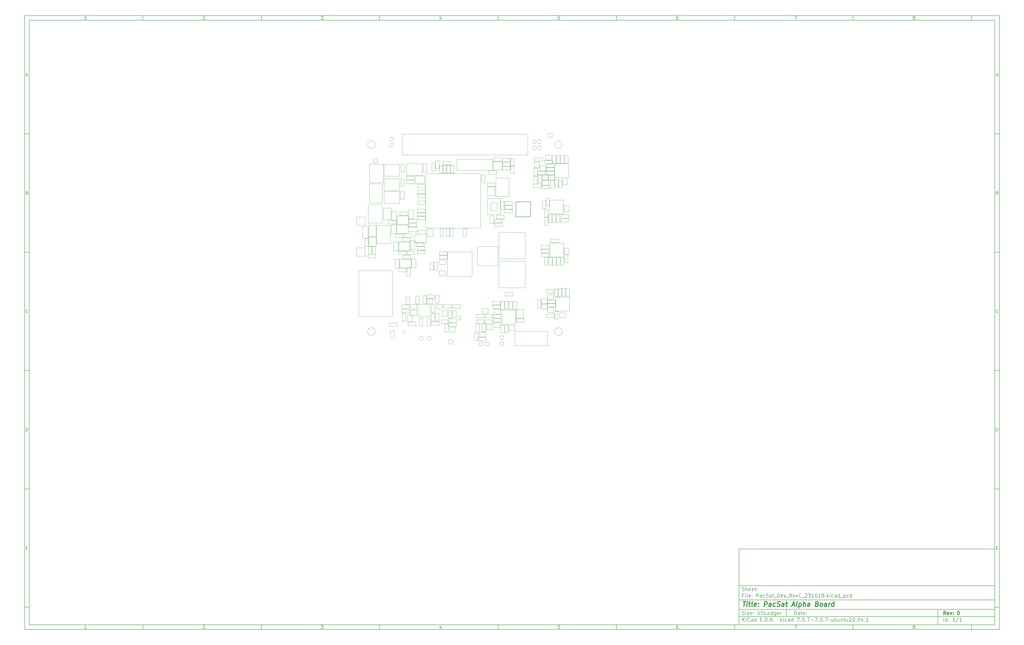
<source format=gbr>
%TF.GenerationSoftware,KiCad,Pcbnew,7.0.7-7.0.7~ubuntu22.04.1*%
%TF.CreationDate,2023-10-23T19:06:17-05:00*%
%TF.ProjectId,PacSat_Dev_RevC_231018,50616353-6174-45f4-9465-765f52657643,0*%
%TF.SameCoordinates,Original*%
%TF.FileFunction,Other,User*%
%FSLAX46Y46*%
G04 Gerber Fmt 4.6, Leading zero omitted, Abs format (unit mm)*
G04 Created by KiCad (PCBNEW 7.0.7-7.0.7~ubuntu22.04.1) date 2023-10-23 19:06:17*
%MOMM*%
%LPD*%
G01*
G04 APERTURE LIST*
%ADD10C,0.100000*%
%ADD11C,0.150000*%
%ADD12C,0.300000*%
%ADD13C,0.400000*%
%ADD14C,0.050000*%
%ADD15C,0.050800*%
G04 APERTURE END LIST*
D10*
D11*
X311800000Y-235400000D02*
X419800000Y-235400000D01*
X419800000Y-267400000D01*
X311800000Y-267400000D01*
X311800000Y-235400000D01*
D10*
D11*
X10000000Y-10000000D02*
X421800000Y-10000000D01*
X421800000Y-269400000D01*
X10000000Y-269400000D01*
X10000000Y-10000000D01*
D10*
D11*
X12000000Y-12000000D02*
X419800000Y-12000000D01*
X419800000Y-267400000D01*
X12000000Y-267400000D01*
X12000000Y-12000000D01*
D10*
D11*
X60000000Y-12000000D02*
X60000000Y-10000000D01*
D10*
D11*
X110000000Y-12000000D02*
X110000000Y-10000000D01*
D10*
D11*
X160000000Y-12000000D02*
X160000000Y-10000000D01*
D10*
D11*
X210000000Y-12000000D02*
X210000000Y-10000000D01*
D10*
D11*
X260000000Y-12000000D02*
X260000000Y-10000000D01*
D10*
D11*
X310000000Y-12000000D02*
X310000000Y-10000000D01*
D10*
D11*
X360000000Y-12000000D02*
X360000000Y-10000000D01*
D10*
D11*
X410000000Y-12000000D02*
X410000000Y-10000000D01*
D10*
D11*
X36089160Y-11593604D02*
X35346303Y-11593604D01*
X35717731Y-11593604D02*
X35717731Y-10293604D01*
X35717731Y-10293604D02*
X35593922Y-10479319D01*
X35593922Y-10479319D02*
X35470112Y-10603128D01*
X35470112Y-10603128D02*
X35346303Y-10665033D01*
D10*
D11*
X85346303Y-10417414D02*
X85408207Y-10355509D01*
X85408207Y-10355509D02*
X85532017Y-10293604D01*
X85532017Y-10293604D02*
X85841541Y-10293604D01*
X85841541Y-10293604D02*
X85965350Y-10355509D01*
X85965350Y-10355509D02*
X86027255Y-10417414D01*
X86027255Y-10417414D02*
X86089160Y-10541223D01*
X86089160Y-10541223D02*
X86089160Y-10665033D01*
X86089160Y-10665033D02*
X86027255Y-10850747D01*
X86027255Y-10850747D02*
X85284398Y-11593604D01*
X85284398Y-11593604D02*
X86089160Y-11593604D01*
D10*
D11*
X135284398Y-10293604D02*
X136089160Y-10293604D01*
X136089160Y-10293604D02*
X135655826Y-10788842D01*
X135655826Y-10788842D02*
X135841541Y-10788842D01*
X135841541Y-10788842D02*
X135965350Y-10850747D01*
X135965350Y-10850747D02*
X136027255Y-10912652D01*
X136027255Y-10912652D02*
X136089160Y-11036461D01*
X136089160Y-11036461D02*
X136089160Y-11345985D01*
X136089160Y-11345985D02*
X136027255Y-11469795D01*
X136027255Y-11469795D02*
X135965350Y-11531700D01*
X135965350Y-11531700D02*
X135841541Y-11593604D01*
X135841541Y-11593604D02*
X135470112Y-11593604D01*
X135470112Y-11593604D02*
X135346303Y-11531700D01*
X135346303Y-11531700D02*
X135284398Y-11469795D01*
D10*
D11*
X185965350Y-10726938D02*
X185965350Y-11593604D01*
X185655826Y-10231700D02*
X185346303Y-11160271D01*
X185346303Y-11160271D02*
X186151064Y-11160271D01*
D10*
D11*
X236027255Y-10293604D02*
X235408207Y-10293604D01*
X235408207Y-10293604D02*
X235346303Y-10912652D01*
X235346303Y-10912652D02*
X235408207Y-10850747D01*
X235408207Y-10850747D02*
X235532017Y-10788842D01*
X235532017Y-10788842D02*
X235841541Y-10788842D01*
X235841541Y-10788842D02*
X235965350Y-10850747D01*
X235965350Y-10850747D02*
X236027255Y-10912652D01*
X236027255Y-10912652D02*
X236089160Y-11036461D01*
X236089160Y-11036461D02*
X236089160Y-11345985D01*
X236089160Y-11345985D02*
X236027255Y-11469795D01*
X236027255Y-11469795D02*
X235965350Y-11531700D01*
X235965350Y-11531700D02*
X235841541Y-11593604D01*
X235841541Y-11593604D02*
X235532017Y-11593604D01*
X235532017Y-11593604D02*
X235408207Y-11531700D01*
X235408207Y-11531700D02*
X235346303Y-11469795D01*
D10*
D11*
X285965350Y-10293604D02*
X285717731Y-10293604D01*
X285717731Y-10293604D02*
X285593922Y-10355509D01*
X285593922Y-10355509D02*
X285532017Y-10417414D01*
X285532017Y-10417414D02*
X285408207Y-10603128D01*
X285408207Y-10603128D02*
X285346303Y-10850747D01*
X285346303Y-10850747D02*
X285346303Y-11345985D01*
X285346303Y-11345985D02*
X285408207Y-11469795D01*
X285408207Y-11469795D02*
X285470112Y-11531700D01*
X285470112Y-11531700D02*
X285593922Y-11593604D01*
X285593922Y-11593604D02*
X285841541Y-11593604D01*
X285841541Y-11593604D02*
X285965350Y-11531700D01*
X285965350Y-11531700D02*
X286027255Y-11469795D01*
X286027255Y-11469795D02*
X286089160Y-11345985D01*
X286089160Y-11345985D02*
X286089160Y-11036461D01*
X286089160Y-11036461D02*
X286027255Y-10912652D01*
X286027255Y-10912652D02*
X285965350Y-10850747D01*
X285965350Y-10850747D02*
X285841541Y-10788842D01*
X285841541Y-10788842D02*
X285593922Y-10788842D01*
X285593922Y-10788842D02*
X285470112Y-10850747D01*
X285470112Y-10850747D02*
X285408207Y-10912652D01*
X285408207Y-10912652D02*
X285346303Y-11036461D01*
D10*
D11*
X335284398Y-10293604D02*
X336151064Y-10293604D01*
X336151064Y-10293604D02*
X335593922Y-11593604D01*
D10*
D11*
X385593922Y-10850747D02*
X385470112Y-10788842D01*
X385470112Y-10788842D02*
X385408207Y-10726938D01*
X385408207Y-10726938D02*
X385346303Y-10603128D01*
X385346303Y-10603128D02*
X385346303Y-10541223D01*
X385346303Y-10541223D02*
X385408207Y-10417414D01*
X385408207Y-10417414D02*
X385470112Y-10355509D01*
X385470112Y-10355509D02*
X385593922Y-10293604D01*
X385593922Y-10293604D02*
X385841541Y-10293604D01*
X385841541Y-10293604D02*
X385965350Y-10355509D01*
X385965350Y-10355509D02*
X386027255Y-10417414D01*
X386027255Y-10417414D02*
X386089160Y-10541223D01*
X386089160Y-10541223D02*
X386089160Y-10603128D01*
X386089160Y-10603128D02*
X386027255Y-10726938D01*
X386027255Y-10726938D02*
X385965350Y-10788842D01*
X385965350Y-10788842D02*
X385841541Y-10850747D01*
X385841541Y-10850747D02*
X385593922Y-10850747D01*
X385593922Y-10850747D02*
X385470112Y-10912652D01*
X385470112Y-10912652D02*
X385408207Y-10974557D01*
X385408207Y-10974557D02*
X385346303Y-11098366D01*
X385346303Y-11098366D02*
X385346303Y-11345985D01*
X385346303Y-11345985D02*
X385408207Y-11469795D01*
X385408207Y-11469795D02*
X385470112Y-11531700D01*
X385470112Y-11531700D02*
X385593922Y-11593604D01*
X385593922Y-11593604D02*
X385841541Y-11593604D01*
X385841541Y-11593604D02*
X385965350Y-11531700D01*
X385965350Y-11531700D02*
X386027255Y-11469795D01*
X386027255Y-11469795D02*
X386089160Y-11345985D01*
X386089160Y-11345985D02*
X386089160Y-11098366D01*
X386089160Y-11098366D02*
X386027255Y-10974557D01*
X386027255Y-10974557D02*
X385965350Y-10912652D01*
X385965350Y-10912652D02*
X385841541Y-10850747D01*
D10*
D11*
X60000000Y-267400000D02*
X60000000Y-269400000D01*
D10*
D11*
X110000000Y-267400000D02*
X110000000Y-269400000D01*
D10*
D11*
X160000000Y-267400000D02*
X160000000Y-269400000D01*
D10*
D11*
X210000000Y-267400000D02*
X210000000Y-269400000D01*
D10*
D11*
X260000000Y-267400000D02*
X260000000Y-269400000D01*
D10*
D11*
X310000000Y-267400000D02*
X310000000Y-269400000D01*
D10*
D11*
X360000000Y-267400000D02*
X360000000Y-269400000D01*
D10*
D11*
X410000000Y-267400000D02*
X410000000Y-269400000D01*
D10*
D11*
X36089160Y-268993604D02*
X35346303Y-268993604D01*
X35717731Y-268993604D02*
X35717731Y-267693604D01*
X35717731Y-267693604D02*
X35593922Y-267879319D01*
X35593922Y-267879319D02*
X35470112Y-268003128D01*
X35470112Y-268003128D02*
X35346303Y-268065033D01*
D10*
D11*
X85346303Y-267817414D02*
X85408207Y-267755509D01*
X85408207Y-267755509D02*
X85532017Y-267693604D01*
X85532017Y-267693604D02*
X85841541Y-267693604D01*
X85841541Y-267693604D02*
X85965350Y-267755509D01*
X85965350Y-267755509D02*
X86027255Y-267817414D01*
X86027255Y-267817414D02*
X86089160Y-267941223D01*
X86089160Y-267941223D02*
X86089160Y-268065033D01*
X86089160Y-268065033D02*
X86027255Y-268250747D01*
X86027255Y-268250747D02*
X85284398Y-268993604D01*
X85284398Y-268993604D02*
X86089160Y-268993604D01*
D10*
D11*
X135284398Y-267693604D02*
X136089160Y-267693604D01*
X136089160Y-267693604D02*
X135655826Y-268188842D01*
X135655826Y-268188842D02*
X135841541Y-268188842D01*
X135841541Y-268188842D02*
X135965350Y-268250747D01*
X135965350Y-268250747D02*
X136027255Y-268312652D01*
X136027255Y-268312652D02*
X136089160Y-268436461D01*
X136089160Y-268436461D02*
X136089160Y-268745985D01*
X136089160Y-268745985D02*
X136027255Y-268869795D01*
X136027255Y-268869795D02*
X135965350Y-268931700D01*
X135965350Y-268931700D02*
X135841541Y-268993604D01*
X135841541Y-268993604D02*
X135470112Y-268993604D01*
X135470112Y-268993604D02*
X135346303Y-268931700D01*
X135346303Y-268931700D02*
X135284398Y-268869795D01*
D10*
D11*
X185965350Y-268126938D02*
X185965350Y-268993604D01*
X185655826Y-267631700D02*
X185346303Y-268560271D01*
X185346303Y-268560271D02*
X186151064Y-268560271D01*
D10*
D11*
X236027255Y-267693604D02*
X235408207Y-267693604D01*
X235408207Y-267693604D02*
X235346303Y-268312652D01*
X235346303Y-268312652D02*
X235408207Y-268250747D01*
X235408207Y-268250747D02*
X235532017Y-268188842D01*
X235532017Y-268188842D02*
X235841541Y-268188842D01*
X235841541Y-268188842D02*
X235965350Y-268250747D01*
X235965350Y-268250747D02*
X236027255Y-268312652D01*
X236027255Y-268312652D02*
X236089160Y-268436461D01*
X236089160Y-268436461D02*
X236089160Y-268745985D01*
X236089160Y-268745985D02*
X236027255Y-268869795D01*
X236027255Y-268869795D02*
X235965350Y-268931700D01*
X235965350Y-268931700D02*
X235841541Y-268993604D01*
X235841541Y-268993604D02*
X235532017Y-268993604D01*
X235532017Y-268993604D02*
X235408207Y-268931700D01*
X235408207Y-268931700D02*
X235346303Y-268869795D01*
D10*
D11*
X285965350Y-267693604D02*
X285717731Y-267693604D01*
X285717731Y-267693604D02*
X285593922Y-267755509D01*
X285593922Y-267755509D02*
X285532017Y-267817414D01*
X285532017Y-267817414D02*
X285408207Y-268003128D01*
X285408207Y-268003128D02*
X285346303Y-268250747D01*
X285346303Y-268250747D02*
X285346303Y-268745985D01*
X285346303Y-268745985D02*
X285408207Y-268869795D01*
X285408207Y-268869795D02*
X285470112Y-268931700D01*
X285470112Y-268931700D02*
X285593922Y-268993604D01*
X285593922Y-268993604D02*
X285841541Y-268993604D01*
X285841541Y-268993604D02*
X285965350Y-268931700D01*
X285965350Y-268931700D02*
X286027255Y-268869795D01*
X286027255Y-268869795D02*
X286089160Y-268745985D01*
X286089160Y-268745985D02*
X286089160Y-268436461D01*
X286089160Y-268436461D02*
X286027255Y-268312652D01*
X286027255Y-268312652D02*
X285965350Y-268250747D01*
X285965350Y-268250747D02*
X285841541Y-268188842D01*
X285841541Y-268188842D02*
X285593922Y-268188842D01*
X285593922Y-268188842D02*
X285470112Y-268250747D01*
X285470112Y-268250747D02*
X285408207Y-268312652D01*
X285408207Y-268312652D02*
X285346303Y-268436461D01*
D10*
D11*
X335284398Y-267693604D02*
X336151064Y-267693604D01*
X336151064Y-267693604D02*
X335593922Y-268993604D01*
D10*
D11*
X385593922Y-268250747D02*
X385470112Y-268188842D01*
X385470112Y-268188842D02*
X385408207Y-268126938D01*
X385408207Y-268126938D02*
X385346303Y-268003128D01*
X385346303Y-268003128D02*
X385346303Y-267941223D01*
X385346303Y-267941223D02*
X385408207Y-267817414D01*
X385408207Y-267817414D02*
X385470112Y-267755509D01*
X385470112Y-267755509D02*
X385593922Y-267693604D01*
X385593922Y-267693604D02*
X385841541Y-267693604D01*
X385841541Y-267693604D02*
X385965350Y-267755509D01*
X385965350Y-267755509D02*
X386027255Y-267817414D01*
X386027255Y-267817414D02*
X386089160Y-267941223D01*
X386089160Y-267941223D02*
X386089160Y-268003128D01*
X386089160Y-268003128D02*
X386027255Y-268126938D01*
X386027255Y-268126938D02*
X385965350Y-268188842D01*
X385965350Y-268188842D02*
X385841541Y-268250747D01*
X385841541Y-268250747D02*
X385593922Y-268250747D01*
X385593922Y-268250747D02*
X385470112Y-268312652D01*
X385470112Y-268312652D02*
X385408207Y-268374557D01*
X385408207Y-268374557D02*
X385346303Y-268498366D01*
X385346303Y-268498366D02*
X385346303Y-268745985D01*
X385346303Y-268745985D02*
X385408207Y-268869795D01*
X385408207Y-268869795D02*
X385470112Y-268931700D01*
X385470112Y-268931700D02*
X385593922Y-268993604D01*
X385593922Y-268993604D02*
X385841541Y-268993604D01*
X385841541Y-268993604D02*
X385965350Y-268931700D01*
X385965350Y-268931700D02*
X386027255Y-268869795D01*
X386027255Y-268869795D02*
X386089160Y-268745985D01*
X386089160Y-268745985D02*
X386089160Y-268498366D01*
X386089160Y-268498366D02*
X386027255Y-268374557D01*
X386027255Y-268374557D02*
X385965350Y-268312652D01*
X385965350Y-268312652D02*
X385841541Y-268250747D01*
D10*
D11*
X10000000Y-60000000D02*
X12000000Y-60000000D01*
D10*
D11*
X10000000Y-110000000D02*
X12000000Y-110000000D01*
D10*
D11*
X10000000Y-160000000D02*
X12000000Y-160000000D01*
D10*
D11*
X10000000Y-210000000D02*
X12000000Y-210000000D01*
D10*
D11*
X10000000Y-260000000D02*
X12000000Y-260000000D01*
D10*
D11*
X10690476Y-35222176D02*
X11309523Y-35222176D01*
X10566666Y-35593604D02*
X10999999Y-34293604D01*
X10999999Y-34293604D02*
X11433333Y-35593604D01*
D10*
D11*
X11092857Y-84912652D02*
X11278571Y-84974557D01*
X11278571Y-84974557D02*
X11340476Y-85036461D01*
X11340476Y-85036461D02*
X11402380Y-85160271D01*
X11402380Y-85160271D02*
X11402380Y-85345985D01*
X11402380Y-85345985D02*
X11340476Y-85469795D01*
X11340476Y-85469795D02*
X11278571Y-85531700D01*
X11278571Y-85531700D02*
X11154761Y-85593604D01*
X11154761Y-85593604D02*
X10659523Y-85593604D01*
X10659523Y-85593604D02*
X10659523Y-84293604D01*
X10659523Y-84293604D02*
X11092857Y-84293604D01*
X11092857Y-84293604D02*
X11216666Y-84355509D01*
X11216666Y-84355509D02*
X11278571Y-84417414D01*
X11278571Y-84417414D02*
X11340476Y-84541223D01*
X11340476Y-84541223D02*
X11340476Y-84665033D01*
X11340476Y-84665033D02*
X11278571Y-84788842D01*
X11278571Y-84788842D02*
X11216666Y-84850747D01*
X11216666Y-84850747D02*
X11092857Y-84912652D01*
X11092857Y-84912652D02*
X10659523Y-84912652D01*
D10*
D11*
X11402380Y-135469795D02*
X11340476Y-135531700D01*
X11340476Y-135531700D02*
X11154761Y-135593604D01*
X11154761Y-135593604D02*
X11030952Y-135593604D01*
X11030952Y-135593604D02*
X10845238Y-135531700D01*
X10845238Y-135531700D02*
X10721428Y-135407890D01*
X10721428Y-135407890D02*
X10659523Y-135284080D01*
X10659523Y-135284080D02*
X10597619Y-135036461D01*
X10597619Y-135036461D02*
X10597619Y-134850747D01*
X10597619Y-134850747D02*
X10659523Y-134603128D01*
X10659523Y-134603128D02*
X10721428Y-134479319D01*
X10721428Y-134479319D02*
X10845238Y-134355509D01*
X10845238Y-134355509D02*
X11030952Y-134293604D01*
X11030952Y-134293604D02*
X11154761Y-134293604D01*
X11154761Y-134293604D02*
X11340476Y-134355509D01*
X11340476Y-134355509D02*
X11402380Y-134417414D01*
D10*
D11*
X10659523Y-185593604D02*
X10659523Y-184293604D01*
X10659523Y-184293604D02*
X10969047Y-184293604D01*
X10969047Y-184293604D02*
X11154761Y-184355509D01*
X11154761Y-184355509D02*
X11278571Y-184479319D01*
X11278571Y-184479319D02*
X11340476Y-184603128D01*
X11340476Y-184603128D02*
X11402380Y-184850747D01*
X11402380Y-184850747D02*
X11402380Y-185036461D01*
X11402380Y-185036461D02*
X11340476Y-185284080D01*
X11340476Y-185284080D02*
X11278571Y-185407890D01*
X11278571Y-185407890D02*
X11154761Y-185531700D01*
X11154761Y-185531700D02*
X10969047Y-185593604D01*
X10969047Y-185593604D02*
X10659523Y-185593604D01*
D10*
D11*
X10721428Y-234912652D02*
X11154762Y-234912652D01*
X11340476Y-235593604D02*
X10721428Y-235593604D01*
X10721428Y-235593604D02*
X10721428Y-234293604D01*
X10721428Y-234293604D02*
X11340476Y-234293604D01*
D10*
D11*
X421800000Y-60000000D02*
X419800000Y-60000000D01*
D10*
D11*
X421800000Y-110000000D02*
X419800000Y-110000000D01*
D10*
D11*
X421800000Y-160000000D02*
X419800000Y-160000000D01*
D10*
D11*
X421800000Y-210000000D02*
X419800000Y-210000000D01*
D10*
D11*
X421800000Y-260000000D02*
X419800000Y-260000000D01*
D10*
D11*
X420490476Y-35222176D02*
X421109523Y-35222176D01*
X420366666Y-35593604D02*
X420799999Y-34293604D01*
X420799999Y-34293604D02*
X421233333Y-35593604D01*
D10*
D11*
X420892857Y-84912652D02*
X421078571Y-84974557D01*
X421078571Y-84974557D02*
X421140476Y-85036461D01*
X421140476Y-85036461D02*
X421202380Y-85160271D01*
X421202380Y-85160271D02*
X421202380Y-85345985D01*
X421202380Y-85345985D02*
X421140476Y-85469795D01*
X421140476Y-85469795D02*
X421078571Y-85531700D01*
X421078571Y-85531700D02*
X420954761Y-85593604D01*
X420954761Y-85593604D02*
X420459523Y-85593604D01*
X420459523Y-85593604D02*
X420459523Y-84293604D01*
X420459523Y-84293604D02*
X420892857Y-84293604D01*
X420892857Y-84293604D02*
X421016666Y-84355509D01*
X421016666Y-84355509D02*
X421078571Y-84417414D01*
X421078571Y-84417414D02*
X421140476Y-84541223D01*
X421140476Y-84541223D02*
X421140476Y-84665033D01*
X421140476Y-84665033D02*
X421078571Y-84788842D01*
X421078571Y-84788842D02*
X421016666Y-84850747D01*
X421016666Y-84850747D02*
X420892857Y-84912652D01*
X420892857Y-84912652D02*
X420459523Y-84912652D01*
D10*
D11*
X421202380Y-135469795D02*
X421140476Y-135531700D01*
X421140476Y-135531700D02*
X420954761Y-135593604D01*
X420954761Y-135593604D02*
X420830952Y-135593604D01*
X420830952Y-135593604D02*
X420645238Y-135531700D01*
X420645238Y-135531700D02*
X420521428Y-135407890D01*
X420521428Y-135407890D02*
X420459523Y-135284080D01*
X420459523Y-135284080D02*
X420397619Y-135036461D01*
X420397619Y-135036461D02*
X420397619Y-134850747D01*
X420397619Y-134850747D02*
X420459523Y-134603128D01*
X420459523Y-134603128D02*
X420521428Y-134479319D01*
X420521428Y-134479319D02*
X420645238Y-134355509D01*
X420645238Y-134355509D02*
X420830952Y-134293604D01*
X420830952Y-134293604D02*
X420954761Y-134293604D01*
X420954761Y-134293604D02*
X421140476Y-134355509D01*
X421140476Y-134355509D02*
X421202380Y-134417414D01*
D10*
D11*
X420459523Y-185593604D02*
X420459523Y-184293604D01*
X420459523Y-184293604D02*
X420769047Y-184293604D01*
X420769047Y-184293604D02*
X420954761Y-184355509D01*
X420954761Y-184355509D02*
X421078571Y-184479319D01*
X421078571Y-184479319D02*
X421140476Y-184603128D01*
X421140476Y-184603128D02*
X421202380Y-184850747D01*
X421202380Y-184850747D02*
X421202380Y-185036461D01*
X421202380Y-185036461D02*
X421140476Y-185284080D01*
X421140476Y-185284080D02*
X421078571Y-185407890D01*
X421078571Y-185407890D02*
X420954761Y-185531700D01*
X420954761Y-185531700D02*
X420769047Y-185593604D01*
X420769047Y-185593604D02*
X420459523Y-185593604D01*
D10*
D11*
X420521428Y-234912652D02*
X420954762Y-234912652D01*
X421140476Y-235593604D02*
X420521428Y-235593604D01*
X420521428Y-235593604D02*
X420521428Y-234293604D01*
X420521428Y-234293604D02*
X421140476Y-234293604D01*
D10*
D11*
X335255826Y-263186128D02*
X335255826Y-261686128D01*
X335255826Y-261686128D02*
X335612969Y-261686128D01*
X335612969Y-261686128D02*
X335827255Y-261757557D01*
X335827255Y-261757557D02*
X335970112Y-261900414D01*
X335970112Y-261900414D02*
X336041541Y-262043271D01*
X336041541Y-262043271D02*
X336112969Y-262328985D01*
X336112969Y-262328985D02*
X336112969Y-262543271D01*
X336112969Y-262543271D02*
X336041541Y-262828985D01*
X336041541Y-262828985D02*
X335970112Y-262971842D01*
X335970112Y-262971842D02*
X335827255Y-263114700D01*
X335827255Y-263114700D02*
X335612969Y-263186128D01*
X335612969Y-263186128D02*
X335255826Y-263186128D01*
X337398684Y-263186128D02*
X337398684Y-262400414D01*
X337398684Y-262400414D02*
X337327255Y-262257557D01*
X337327255Y-262257557D02*
X337184398Y-262186128D01*
X337184398Y-262186128D02*
X336898684Y-262186128D01*
X336898684Y-262186128D02*
X336755826Y-262257557D01*
X337398684Y-263114700D02*
X337255826Y-263186128D01*
X337255826Y-263186128D02*
X336898684Y-263186128D01*
X336898684Y-263186128D02*
X336755826Y-263114700D01*
X336755826Y-263114700D02*
X336684398Y-262971842D01*
X336684398Y-262971842D02*
X336684398Y-262828985D01*
X336684398Y-262828985D02*
X336755826Y-262686128D01*
X336755826Y-262686128D02*
X336898684Y-262614700D01*
X336898684Y-262614700D02*
X337255826Y-262614700D01*
X337255826Y-262614700D02*
X337398684Y-262543271D01*
X337898684Y-262186128D02*
X338470112Y-262186128D01*
X338112969Y-261686128D02*
X338112969Y-262971842D01*
X338112969Y-262971842D02*
X338184398Y-263114700D01*
X338184398Y-263114700D02*
X338327255Y-263186128D01*
X338327255Y-263186128D02*
X338470112Y-263186128D01*
X339541541Y-263114700D02*
X339398684Y-263186128D01*
X339398684Y-263186128D02*
X339112970Y-263186128D01*
X339112970Y-263186128D02*
X338970112Y-263114700D01*
X338970112Y-263114700D02*
X338898684Y-262971842D01*
X338898684Y-262971842D02*
X338898684Y-262400414D01*
X338898684Y-262400414D02*
X338970112Y-262257557D01*
X338970112Y-262257557D02*
X339112970Y-262186128D01*
X339112970Y-262186128D02*
X339398684Y-262186128D01*
X339398684Y-262186128D02*
X339541541Y-262257557D01*
X339541541Y-262257557D02*
X339612970Y-262400414D01*
X339612970Y-262400414D02*
X339612970Y-262543271D01*
X339612970Y-262543271D02*
X338898684Y-262686128D01*
X340255826Y-263043271D02*
X340327255Y-263114700D01*
X340327255Y-263114700D02*
X340255826Y-263186128D01*
X340255826Y-263186128D02*
X340184398Y-263114700D01*
X340184398Y-263114700D02*
X340255826Y-263043271D01*
X340255826Y-263043271D02*
X340255826Y-263186128D01*
X340255826Y-262257557D02*
X340327255Y-262328985D01*
X340327255Y-262328985D02*
X340255826Y-262400414D01*
X340255826Y-262400414D02*
X340184398Y-262328985D01*
X340184398Y-262328985D02*
X340255826Y-262257557D01*
X340255826Y-262257557D02*
X340255826Y-262400414D01*
D10*
D11*
X311800000Y-263900000D02*
X419800000Y-263900000D01*
D10*
D11*
X313255826Y-265986128D02*
X313255826Y-264486128D01*
X314112969Y-265986128D02*
X313470112Y-265128985D01*
X314112969Y-264486128D02*
X313255826Y-265343271D01*
X314755826Y-265986128D02*
X314755826Y-264986128D01*
X314755826Y-264486128D02*
X314684398Y-264557557D01*
X314684398Y-264557557D02*
X314755826Y-264628985D01*
X314755826Y-264628985D02*
X314827255Y-264557557D01*
X314827255Y-264557557D02*
X314755826Y-264486128D01*
X314755826Y-264486128D02*
X314755826Y-264628985D01*
X316327255Y-265843271D02*
X316255827Y-265914700D01*
X316255827Y-265914700D02*
X316041541Y-265986128D01*
X316041541Y-265986128D02*
X315898684Y-265986128D01*
X315898684Y-265986128D02*
X315684398Y-265914700D01*
X315684398Y-265914700D02*
X315541541Y-265771842D01*
X315541541Y-265771842D02*
X315470112Y-265628985D01*
X315470112Y-265628985D02*
X315398684Y-265343271D01*
X315398684Y-265343271D02*
X315398684Y-265128985D01*
X315398684Y-265128985D02*
X315470112Y-264843271D01*
X315470112Y-264843271D02*
X315541541Y-264700414D01*
X315541541Y-264700414D02*
X315684398Y-264557557D01*
X315684398Y-264557557D02*
X315898684Y-264486128D01*
X315898684Y-264486128D02*
X316041541Y-264486128D01*
X316041541Y-264486128D02*
X316255827Y-264557557D01*
X316255827Y-264557557D02*
X316327255Y-264628985D01*
X317612970Y-265986128D02*
X317612970Y-265200414D01*
X317612970Y-265200414D02*
X317541541Y-265057557D01*
X317541541Y-265057557D02*
X317398684Y-264986128D01*
X317398684Y-264986128D02*
X317112970Y-264986128D01*
X317112970Y-264986128D02*
X316970112Y-265057557D01*
X317612970Y-265914700D02*
X317470112Y-265986128D01*
X317470112Y-265986128D02*
X317112970Y-265986128D01*
X317112970Y-265986128D02*
X316970112Y-265914700D01*
X316970112Y-265914700D02*
X316898684Y-265771842D01*
X316898684Y-265771842D02*
X316898684Y-265628985D01*
X316898684Y-265628985D02*
X316970112Y-265486128D01*
X316970112Y-265486128D02*
X317112970Y-265414700D01*
X317112970Y-265414700D02*
X317470112Y-265414700D01*
X317470112Y-265414700D02*
X317612970Y-265343271D01*
X318970113Y-265986128D02*
X318970113Y-264486128D01*
X318970113Y-265914700D02*
X318827255Y-265986128D01*
X318827255Y-265986128D02*
X318541541Y-265986128D01*
X318541541Y-265986128D02*
X318398684Y-265914700D01*
X318398684Y-265914700D02*
X318327255Y-265843271D01*
X318327255Y-265843271D02*
X318255827Y-265700414D01*
X318255827Y-265700414D02*
X318255827Y-265271842D01*
X318255827Y-265271842D02*
X318327255Y-265128985D01*
X318327255Y-265128985D02*
X318398684Y-265057557D01*
X318398684Y-265057557D02*
X318541541Y-264986128D01*
X318541541Y-264986128D02*
X318827255Y-264986128D01*
X318827255Y-264986128D02*
X318970113Y-265057557D01*
X320827255Y-265200414D02*
X321327255Y-265200414D01*
X321541541Y-265986128D02*
X320827255Y-265986128D01*
X320827255Y-265986128D02*
X320827255Y-264486128D01*
X320827255Y-264486128D02*
X321541541Y-264486128D01*
X322184398Y-265843271D02*
X322255827Y-265914700D01*
X322255827Y-265914700D02*
X322184398Y-265986128D01*
X322184398Y-265986128D02*
X322112970Y-265914700D01*
X322112970Y-265914700D02*
X322184398Y-265843271D01*
X322184398Y-265843271D02*
X322184398Y-265986128D01*
X322898684Y-265986128D02*
X322898684Y-264486128D01*
X322898684Y-264486128D02*
X323255827Y-264486128D01*
X323255827Y-264486128D02*
X323470113Y-264557557D01*
X323470113Y-264557557D02*
X323612970Y-264700414D01*
X323612970Y-264700414D02*
X323684399Y-264843271D01*
X323684399Y-264843271D02*
X323755827Y-265128985D01*
X323755827Y-265128985D02*
X323755827Y-265343271D01*
X323755827Y-265343271D02*
X323684399Y-265628985D01*
X323684399Y-265628985D02*
X323612970Y-265771842D01*
X323612970Y-265771842D02*
X323470113Y-265914700D01*
X323470113Y-265914700D02*
X323255827Y-265986128D01*
X323255827Y-265986128D02*
X322898684Y-265986128D01*
X324398684Y-265843271D02*
X324470113Y-265914700D01*
X324470113Y-265914700D02*
X324398684Y-265986128D01*
X324398684Y-265986128D02*
X324327256Y-265914700D01*
X324327256Y-265914700D02*
X324398684Y-265843271D01*
X324398684Y-265843271D02*
X324398684Y-265986128D01*
X325041542Y-265557557D02*
X325755828Y-265557557D01*
X324898685Y-265986128D02*
X325398685Y-264486128D01*
X325398685Y-264486128D02*
X325898685Y-265986128D01*
X326398684Y-265843271D02*
X326470113Y-265914700D01*
X326470113Y-265914700D02*
X326398684Y-265986128D01*
X326398684Y-265986128D02*
X326327256Y-265914700D01*
X326327256Y-265914700D02*
X326398684Y-265843271D01*
X326398684Y-265843271D02*
X326398684Y-265986128D01*
X329398684Y-265986128D02*
X329398684Y-264486128D01*
X329541542Y-265414700D02*
X329970113Y-265986128D01*
X329970113Y-264986128D02*
X329398684Y-265557557D01*
X330612970Y-265986128D02*
X330612970Y-264986128D01*
X330612970Y-264486128D02*
X330541542Y-264557557D01*
X330541542Y-264557557D02*
X330612970Y-264628985D01*
X330612970Y-264628985D02*
X330684399Y-264557557D01*
X330684399Y-264557557D02*
X330612970Y-264486128D01*
X330612970Y-264486128D02*
X330612970Y-264628985D01*
X331970114Y-265914700D02*
X331827256Y-265986128D01*
X331827256Y-265986128D02*
X331541542Y-265986128D01*
X331541542Y-265986128D02*
X331398685Y-265914700D01*
X331398685Y-265914700D02*
X331327256Y-265843271D01*
X331327256Y-265843271D02*
X331255828Y-265700414D01*
X331255828Y-265700414D02*
X331255828Y-265271842D01*
X331255828Y-265271842D02*
X331327256Y-265128985D01*
X331327256Y-265128985D02*
X331398685Y-265057557D01*
X331398685Y-265057557D02*
X331541542Y-264986128D01*
X331541542Y-264986128D02*
X331827256Y-264986128D01*
X331827256Y-264986128D02*
X331970114Y-265057557D01*
X333255828Y-265986128D02*
X333255828Y-265200414D01*
X333255828Y-265200414D02*
X333184399Y-265057557D01*
X333184399Y-265057557D02*
X333041542Y-264986128D01*
X333041542Y-264986128D02*
X332755828Y-264986128D01*
X332755828Y-264986128D02*
X332612970Y-265057557D01*
X333255828Y-265914700D02*
X333112970Y-265986128D01*
X333112970Y-265986128D02*
X332755828Y-265986128D01*
X332755828Y-265986128D02*
X332612970Y-265914700D01*
X332612970Y-265914700D02*
X332541542Y-265771842D01*
X332541542Y-265771842D02*
X332541542Y-265628985D01*
X332541542Y-265628985D02*
X332612970Y-265486128D01*
X332612970Y-265486128D02*
X332755828Y-265414700D01*
X332755828Y-265414700D02*
X333112970Y-265414700D01*
X333112970Y-265414700D02*
X333255828Y-265343271D01*
X334612971Y-265986128D02*
X334612971Y-264486128D01*
X334612971Y-265914700D02*
X334470113Y-265986128D01*
X334470113Y-265986128D02*
X334184399Y-265986128D01*
X334184399Y-265986128D02*
X334041542Y-265914700D01*
X334041542Y-265914700D02*
X333970113Y-265843271D01*
X333970113Y-265843271D02*
X333898685Y-265700414D01*
X333898685Y-265700414D02*
X333898685Y-265271842D01*
X333898685Y-265271842D02*
X333970113Y-265128985D01*
X333970113Y-265128985D02*
X334041542Y-265057557D01*
X334041542Y-265057557D02*
X334184399Y-264986128D01*
X334184399Y-264986128D02*
X334470113Y-264986128D01*
X334470113Y-264986128D02*
X334612971Y-265057557D01*
X336327256Y-264486128D02*
X337327256Y-264486128D01*
X337327256Y-264486128D02*
X336684399Y-265986128D01*
X337898684Y-265843271D02*
X337970113Y-265914700D01*
X337970113Y-265914700D02*
X337898684Y-265986128D01*
X337898684Y-265986128D02*
X337827256Y-265914700D01*
X337827256Y-265914700D02*
X337898684Y-265843271D01*
X337898684Y-265843271D02*
X337898684Y-265986128D01*
X338898685Y-264486128D02*
X339041542Y-264486128D01*
X339041542Y-264486128D02*
X339184399Y-264557557D01*
X339184399Y-264557557D02*
X339255828Y-264628985D01*
X339255828Y-264628985D02*
X339327256Y-264771842D01*
X339327256Y-264771842D02*
X339398685Y-265057557D01*
X339398685Y-265057557D02*
X339398685Y-265414700D01*
X339398685Y-265414700D02*
X339327256Y-265700414D01*
X339327256Y-265700414D02*
X339255828Y-265843271D01*
X339255828Y-265843271D02*
X339184399Y-265914700D01*
X339184399Y-265914700D02*
X339041542Y-265986128D01*
X339041542Y-265986128D02*
X338898685Y-265986128D01*
X338898685Y-265986128D02*
X338755828Y-265914700D01*
X338755828Y-265914700D02*
X338684399Y-265843271D01*
X338684399Y-265843271D02*
X338612970Y-265700414D01*
X338612970Y-265700414D02*
X338541542Y-265414700D01*
X338541542Y-265414700D02*
X338541542Y-265057557D01*
X338541542Y-265057557D02*
X338612970Y-264771842D01*
X338612970Y-264771842D02*
X338684399Y-264628985D01*
X338684399Y-264628985D02*
X338755828Y-264557557D01*
X338755828Y-264557557D02*
X338898685Y-264486128D01*
X340041541Y-265843271D02*
X340112970Y-265914700D01*
X340112970Y-265914700D02*
X340041541Y-265986128D01*
X340041541Y-265986128D02*
X339970113Y-265914700D01*
X339970113Y-265914700D02*
X340041541Y-265843271D01*
X340041541Y-265843271D02*
X340041541Y-265986128D01*
X340612970Y-264486128D02*
X341612970Y-264486128D01*
X341612970Y-264486128D02*
X340970113Y-265986128D01*
X342184398Y-265414700D02*
X343327256Y-265414700D01*
X343898684Y-264486128D02*
X344898684Y-264486128D01*
X344898684Y-264486128D02*
X344255827Y-265986128D01*
X345470112Y-265843271D02*
X345541541Y-265914700D01*
X345541541Y-265914700D02*
X345470112Y-265986128D01*
X345470112Y-265986128D02*
X345398684Y-265914700D01*
X345398684Y-265914700D02*
X345470112Y-265843271D01*
X345470112Y-265843271D02*
X345470112Y-265986128D01*
X346470113Y-264486128D02*
X346612970Y-264486128D01*
X346612970Y-264486128D02*
X346755827Y-264557557D01*
X346755827Y-264557557D02*
X346827256Y-264628985D01*
X346827256Y-264628985D02*
X346898684Y-264771842D01*
X346898684Y-264771842D02*
X346970113Y-265057557D01*
X346970113Y-265057557D02*
X346970113Y-265414700D01*
X346970113Y-265414700D02*
X346898684Y-265700414D01*
X346898684Y-265700414D02*
X346827256Y-265843271D01*
X346827256Y-265843271D02*
X346755827Y-265914700D01*
X346755827Y-265914700D02*
X346612970Y-265986128D01*
X346612970Y-265986128D02*
X346470113Y-265986128D01*
X346470113Y-265986128D02*
X346327256Y-265914700D01*
X346327256Y-265914700D02*
X346255827Y-265843271D01*
X346255827Y-265843271D02*
X346184398Y-265700414D01*
X346184398Y-265700414D02*
X346112970Y-265414700D01*
X346112970Y-265414700D02*
X346112970Y-265057557D01*
X346112970Y-265057557D02*
X346184398Y-264771842D01*
X346184398Y-264771842D02*
X346255827Y-264628985D01*
X346255827Y-264628985D02*
X346327256Y-264557557D01*
X346327256Y-264557557D02*
X346470113Y-264486128D01*
X347612969Y-265843271D02*
X347684398Y-265914700D01*
X347684398Y-265914700D02*
X347612969Y-265986128D01*
X347612969Y-265986128D02*
X347541541Y-265914700D01*
X347541541Y-265914700D02*
X347612969Y-265843271D01*
X347612969Y-265843271D02*
X347612969Y-265986128D01*
X348184398Y-264486128D02*
X349184398Y-264486128D01*
X349184398Y-264486128D02*
X348541541Y-265986128D01*
X349541541Y-265414700D02*
X349612969Y-265343271D01*
X349612969Y-265343271D02*
X349755826Y-265271842D01*
X349755826Y-265271842D02*
X350041541Y-265414700D01*
X350041541Y-265414700D02*
X350184398Y-265343271D01*
X350184398Y-265343271D02*
X350255826Y-265271842D01*
X351470113Y-264986128D02*
X351470113Y-265986128D01*
X350827255Y-264986128D02*
X350827255Y-265771842D01*
X350827255Y-265771842D02*
X350898684Y-265914700D01*
X350898684Y-265914700D02*
X351041541Y-265986128D01*
X351041541Y-265986128D02*
X351255827Y-265986128D01*
X351255827Y-265986128D02*
X351398684Y-265914700D01*
X351398684Y-265914700D02*
X351470113Y-265843271D01*
X352184398Y-265986128D02*
X352184398Y-264486128D01*
X352184398Y-265057557D02*
X352327256Y-264986128D01*
X352327256Y-264986128D02*
X352612970Y-264986128D01*
X352612970Y-264986128D02*
X352755827Y-265057557D01*
X352755827Y-265057557D02*
X352827256Y-265128985D01*
X352827256Y-265128985D02*
X352898684Y-265271842D01*
X352898684Y-265271842D02*
X352898684Y-265700414D01*
X352898684Y-265700414D02*
X352827256Y-265843271D01*
X352827256Y-265843271D02*
X352755827Y-265914700D01*
X352755827Y-265914700D02*
X352612970Y-265986128D01*
X352612970Y-265986128D02*
X352327256Y-265986128D01*
X352327256Y-265986128D02*
X352184398Y-265914700D01*
X354184399Y-264986128D02*
X354184399Y-265986128D01*
X353541541Y-264986128D02*
X353541541Y-265771842D01*
X353541541Y-265771842D02*
X353612970Y-265914700D01*
X353612970Y-265914700D02*
X353755827Y-265986128D01*
X353755827Y-265986128D02*
X353970113Y-265986128D01*
X353970113Y-265986128D02*
X354112970Y-265914700D01*
X354112970Y-265914700D02*
X354184399Y-265843271D01*
X354898684Y-264986128D02*
X354898684Y-265986128D01*
X354898684Y-265128985D02*
X354970113Y-265057557D01*
X354970113Y-265057557D02*
X355112970Y-264986128D01*
X355112970Y-264986128D02*
X355327256Y-264986128D01*
X355327256Y-264986128D02*
X355470113Y-265057557D01*
X355470113Y-265057557D02*
X355541542Y-265200414D01*
X355541542Y-265200414D02*
X355541542Y-265986128D01*
X356041542Y-264986128D02*
X356612970Y-264986128D01*
X356255827Y-264486128D02*
X356255827Y-265771842D01*
X356255827Y-265771842D02*
X356327256Y-265914700D01*
X356327256Y-265914700D02*
X356470113Y-265986128D01*
X356470113Y-265986128D02*
X356612970Y-265986128D01*
X357755828Y-264986128D02*
X357755828Y-265986128D01*
X357112970Y-264986128D02*
X357112970Y-265771842D01*
X357112970Y-265771842D02*
X357184399Y-265914700D01*
X357184399Y-265914700D02*
X357327256Y-265986128D01*
X357327256Y-265986128D02*
X357541542Y-265986128D01*
X357541542Y-265986128D02*
X357684399Y-265914700D01*
X357684399Y-265914700D02*
X357755828Y-265843271D01*
X358398685Y-264628985D02*
X358470113Y-264557557D01*
X358470113Y-264557557D02*
X358612971Y-264486128D01*
X358612971Y-264486128D02*
X358970113Y-264486128D01*
X358970113Y-264486128D02*
X359112971Y-264557557D01*
X359112971Y-264557557D02*
X359184399Y-264628985D01*
X359184399Y-264628985D02*
X359255828Y-264771842D01*
X359255828Y-264771842D02*
X359255828Y-264914700D01*
X359255828Y-264914700D02*
X359184399Y-265128985D01*
X359184399Y-265128985D02*
X358327256Y-265986128D01*
X358327256Y-265986128D02*
X359255828Y-265986128D01*
X359827256Y-264628985D02*
X359898684Y-264557557D01*
X359898684Y-264557557D02*
X360041542Y-264486128D01*
X360041542Y-264486128D02*
X360398684Y-264486128D01*
X360398684Y-264486128D02*
X360541542Y-264557557D01*
X360541542Y-264557557D02*
X360612970Y-264628985D01*
X360612970Y-264628985D02*
X360684399Y-264771842D01*
X360684399Y-264771842D02*
X360684399Y-264914700D01*
X360684399Y-264914700D02*
X360612970Y-265128985D01*
X360612970Y-265128985D02*
X359755827Y-265986128D01*
X359755827Y-265986128D02*
X360684399Y-265986128D01*
X361327255Y-265843271D02*
X361398684Y-265914700D01*
X361398684Y-265914700D02*
X361327255Y-265986128D01*
X361327255Y-265986128D02*
X361255827Y-265914700D01*
X361255827Y-265914700D02*
X361327255Y-265843271D01*
X361327255Y-265843271D02*
X361327255Y-265986128D01*
X362327256Y-264486128D02*
X362470113Y-264486128D01*
X362470113Y-264486128D02*
X362612970Y-264557557D01*
X362612970Y-264557557D02*
X362684399Y-264628985D01*
X362684399Y-264628985D02*
X362755827Y-264771842D01*
X362755827Y-264771842D02*
X362827256Y-265057557D01*
X362827256Y-265057557D02*
X362827256Y-265414700D01*
X362827256Y-265414700D02*
X362755827Y-265700414D01*
X362755827Y-265700414D02*
X362684399Y-265843271D01*
X362684399Y-265843271D02*
X362612970Y-265914700D01*
X362612970Y-265914700D02*
X362470113Y-265986128D01*
X362470113Y-265986128D02*
X362327256Y-265986128D01*
X362327256Y-265986128D02*
X362184399Y-265914700D01*
X362184399Y-265914700D02*
X362112970Y-265843271D01*
X362112970Y-265843271D02*
X362041541Y-265700414D01*
X362041541Y-265700414D02*
X361970113Y-265414700D01*
X361970113Y-265414700D02*
X361970113Y-265057557D01*
X361970113Y-265057557D02*
X362041541Y-264771842D01*
X362041541Y-264771842D02*
X362112970Y-264628985D01*
X362112970Y-264628985D02*
X362184399Y-264557557D01*
X362184399Y-264557557D02*
X362327256Y-264486128D01*
X364112970Y-264986128D02*
X364112970Y-265986128D01*
X363755827Y-264414700D02*
X363398684Y-265486128D01*
X363398684Y-265486128D02*
X364327255Y-265486128D01*
X364898683Y-265843271D02*
X364970112Y-265914700D01*
X364970112Y-265914700D02*
X364898683Y-265986128D01*
X364898683Y-265986128D02*
X364827255Y-265914700D01*
X364827255Y-265914700D02*
X364898683Y-265843271D01*
X364898683Y-265843271D02*
X364898683Y-265986128D01*
X366398684Y-265986128D02*
X365541541Y-265986128D01*
X365970112Y-265986128D02*
X365970112Y-264486128D01*
X365970112Y-264486128D02*
X365827255Y-264700414D01*
X365827255Y-264700414D02*
X365684398Y-264843271D01*
X365684398Y-264843271D02*
X365541541Y-264914700D01*
D10*
D11*
X311800000Y-260900000D02*
X419800000Y-260900000D01*
D10*
D12*
X399211653Y-263178328D02*
X398711653Y-262464042D01*
X398354510Y-263178328D02*
X398354510Y-261678328D01*
X398354510Y-261678328D02*
X398925939Y-261678328D01*
X398925939Y-261678328D02*
X399068796Y-261749757D01*
X399068796Y-261749757D02*
X399140225Y-261821185D01*
X399140225Y-261821185D02*
X399211653Y-261964042D01*
X399211653Y-261964042D02*
X399211653Y-262178328D01*
X399211653Y-262178328D02*
X399140225Y-262321185D01*
X399140225Y-262321185D02*
X399068796Y-262392614D01*
X399068796Y-262392614D02*
X398925939Y-262464042D01*
X398925939Y-262464042D02*
X398354510Y-262464042D01*
X400425939Y-263106900D02*
X400283082Y-263178328D01*
X400283082Y-263178328D02*
X399997368Y-263178328D01*
X399997368Y-263178328D02*
X399854510Y-263106900D01*
X399854510Y-263106900D02*
X399783082Y-262964042D01*
X399783082Y-262964042D02*
X399783082Y-262392614D01*
X399783082Y-262392614D02*
X399854510Y-262249757D01*
X399854510Y-262249757D02*
X399997368Y-262178328D01*
X399997368Y-262178328D02*
X400283082Y-262178328D01*
X400283082Y-262178328D02*
X400425939Y-262249757D01*
X400425939Y-262249757D02*
X400497368Y-262392614D01*
X400497368Y-262392614D02*
X400497368Y-262535471D01*
X400497368Y-262535471D02*
X399783082Y-262678328D01*
X400997367Y-262178328D02*
X401354510Y-263178328D01*
X401354510Y-263178328D02*
X401711653Y-262178328D01*
X402283081Y-263035471D02*
X402354510Y-263106900D01*
X402354510Y-263106900D02*
X402283081Y-263178328D01*
X402283081Y-263178328D02*
X402211653Y-263106900D01*
X402211653Y-263106900D02*
X402283081Y-263035471D01*
X402283081Y-263035471D02*
X402283081Y-263178328D01*
X402283081Y-262249757D02*
X402354510Y-262321185D01*
X402354510Y-262321185D02*
X402283081Y-262392614D01*
X402283081Y-262392614D02*
X402211653Y-262321185D01*
X402211653Y-262321185D02*
X402283081Y-262249757D01*
X402283081Y-262249757D02*
X402283081Y-262392614D01*
X404425939Y-261678328D02*
X404568796Y-261678328D01*
X404568796Y-261678328D02*
X404711653Y-261749757D01*
X404711653Y-261749757D02*
X404783082Y-261821185D01*
X404783082Y-261821185D02*
X404854510Y-261964042D01*
X404854510Y-261964042D02*
X404925939Y-262249757D01*
X404925939Y-262249757D02*
X404925939Y-262606900D01*
X404925939Y-262606900D02*
X404854510Y-262892614D01*
X404854510Y-262892614D02*
X404783082Y-263035471D01*
X404783082Y-263035471D02*
X404711653Y-263106900D01*
X404711653Y-263106900D02*
X404568796Y-263178328D01*
X404568796Y-263178328D02*
X404425939Y-263178328D01*
X404425939Y-263178328D02*
X404283082Y-263106900D01*
X404283082Y-263106900D02*
X404211653Y-263035471D01*
X404211653Y-263035471D02*
X404140224Y-262892614D01*
X404140224Y-262892614D02*
X404068796Y-262606900D01*
X404068796Y-262606900D02*
X404068796Y-262249757D01*
X404068796Y-262249757D02*
X404140224Y-261964042D01*
X404140224Y-261964042D02*
X404211653Y-261821185D01*
X404211653Y-261821185D02*
X404283082Y-261749757D01*
X404283082Y-261749757D02*
X404425939Y-261678328D01*
D10*
D11*
X313184398Y-263114700D02*
X313398684Y-263186128D01*
X313398684Y-263186128D02*
X313755826Y-263186128D01*
X313755826Y-263186128D02*
X313898684Y-263114700D01*
X313898684Y-263114700D02*
X313970112Y-263043271D01*
X313970112Y-263043271D02*
X314041541Y-262900414D01*
X314041541Y-262900414D02*
X314041541Y-262757557D01*
X314041541Y-262757557D02*
X313970112Y-262614700D01*
X313970112Y-262614700D02*
X313898684Y-262543271D01*
X313898684Y-262543271D02*
X313755826Y-262471842D01*
X313755826Y-262471842D02*
X313470112Y-262400414D01*
X313470112Y-262400414D02*
X313327255Y-262328985D01*
X313327255Y-262328985D02*
X313255826Y-262257557D01*
X313255826Y-262257557D02*
X313184398Y-262114700D01*
X313184398Y-262114700D02*
X313184398Y-261971842D01*
X313184398Y-261971842D02*
X313255826Y-261828985D01*
X313255826Y-261828985D02*
X313327255Y-261757557D01*
X313327255Y-261757557D02*
X313470112Y-261686128D01*
X313470112Y-261686128D02*
X313827255Y-261686128D01*
X313827255Y-261686128D02*
X314041541Y-261757557D01*
X314684397Y-263186128D02*
X314684397Y-262186128D01*
X314684397Y-261686128D02*
X314612969Y-261757557D01*
X314612969Y-261757557D02*
X314684397Y-261828985D01*
X314684397Y-261828985D02*
X314755826Y-261757557D01*
X314755826Y-261757557D02*
X314684397Y-261686128D01*
X314684397Y-261686128D02*
X314684397Y-261828985D01*
X315255826Y-262186128D02*
X316041541Y-262186128D01*
X316041541Y-262186128D02*
X315255826Y-263186128D01*
X315255826Y-263186128D02*
X316041541Y-263186128D01*
X317184398Y-263114700D02*
X317041541Y-263186128D01*
X317041541Y-263186128D02*
X316755827Y-263186128D01*
X316755827Y-263186128D02*
X316612969Y-263114700D01*
X316612969Y-263114700D02*
X316541541Y-262971842D01*
X316541541Y-262971842D02*
X316541541Y-262400414D01*
X316541541Y-262400414D02*
X316612969Y-262257557D01*
X316612969Y-262257557D02*
X316755827Y-262186128D01*
X316755827Y-262186128D02*
X317041541Y-262186128D01*
X317041541Y-262186128D02*
X317184398Y-262257557D01*
X317184398Y-262257557D02*
X317255827Y-262400414D01*
X317255827Y-262400414D02*
X317255827Y-262543271D01*
X317255827Y-262543271D02*
X316541541Y-262686128D01*
X317898683Y-263043271D02*
X317970112Y-263114700D01*
X317970112Y-263114700D02*
X317898683Y-263186128D01*
X317898683Y-263186128D02*
X317827255Y-263114700D01*
X317827255Y-263114700D02*
X317898683Y-263043271D01*
X317898683Y-263043271D02*
X317898683Y-263186128D01*
X317898683Y-262257557D02*
X317970112Y-262328985D01*
X317970112Y-262328985D02*
X317898683Y-262400414D01*
X317898683Y-262400414D02*
X317827255Y-262328985D01*
X317827255Y-262328985D02*
X317898683Y-262257557D01*
X317898683Y-262257557D02*
X317898683Y-262400414D01*
X319755826Y-261686128D02*
X319755826Y-262900414D01*
X319755826Y-262900414D02*
X319827255Y-263043271D01*
X319827255Y-263043271D02*
X319898684Y-263114700D01*
X319898684Y-263114700D02*
X320041541Y-263186128D01*
X320041541Y-263186128D02*
X320327255Y-263186128D01*
X320327255Y-263186128D02*
X320470112Y-263114700D01*
X320470112Y-263114700D02*
X320541541Y-263043271D01*
X320541541Y-263043271D02*
X320612969Y-262900414D01*
X320612969Y-262900414D02*
X320612969Y-261686128D01*
X321255827Y-263114700D02*
X321470113Y-263186128D01*
X321470113Y-263186128D02*
X321827255Y-263186128D01*
X321827255Y-263186128D02*
X321970113Y-263114700D01*
X321970113Y-263114700D02*
X322041541Y-263043271D01*
X322041541Y-263043271D02*
X322112970Y-262900414D01*
X322112970Y-262900414D02*
X322112970Y-262757557D01*
X322112970Y-262757557D02*
X322041541Y-262614700D01*
X322041541Y-262614700D02*
X321970113Y-262543271D01*
X321970113Y-262543271D02*
X321827255Y-262471842D01*
X321827255Y-262471842D02*
X321541541Y-262400414D01*
X321541541Y-262400414D02*
X321398684Y-262328985D01*
X321398684Y-262328985D02*
X321327255Y-262257557D01*
X321327255Y-262257557D02*
X321255827Y-262114700D01*
X321255827Y-262114700D02*
X321255827Y-261971842D01*
X321255827Y-261971842D02*
X321327255Y-261828985D01*
X321327255Y-261828985D02*
X321398684Y-261757557D01*
X321398684Y-261757557D02*
X321541541Y-261686128D01*
X321541541Y-261686128D02*
X321898684Y-261686128D01*
X321898684Y-261686128D02*
X322112970Y-261757557D01*
X323470112Y-263186128D02*
X322755826Y-263186128D01*
X322755826Y-263186128D02*
X322755826Y-261686128D01*
X324541541Y-263114700D02*
X324398684Y-263186128D01*
X324398684Y-263186128D02*
X324112970Y-263186128D01*
X324112970Y-263186128D02*
X323970112Y-263114700D01*
X323970112Y-263114700D02*
X323898684Y-262971842D01*
X323898684Y-262971842D02*
X323898684Y-262400414D01*
X323898684Y-262400414D02*
X323970112Y-262257557D01*
X323970112Y-262257557D02*
X324112970Y-262186128D01*
X324112970Y-262186128D02*
X324398684Y-262186128D01*
X324398684Y-262186128D02*
X324541541Y-262257557D01*
X324541541Y-262257557D02*
X324612970Y-262400414D01*
X324612970Y-262400414D02*
X324612970Y-262543271D01*
X324612970Y-262543271D02*
X323898684Y-262686128D01*
X325898684Y-263186128D02*
X325898684Y-261686128D01*
X325898684Y-263114700D02*
X325755826Y-263186128D01*
X325755826Y-263186128D02*
X325470112Y-263186128D01*
X325470112Y-263186128D02*
X325327255Y-263114700D01*
X325327255Y-263114700D02*
X325255826Y-263043271D01*
X325255826Y-263043271D02*
X325184398Y-262900414D01*
X325184398Y-262900414D02*
X325184398Y-262471842D01*
X325184398Y-262471842D02*
X325255826Y-262328985D01*
X325255826Y-262328985D02*
X325327255Y-262257557D01*
X325327255Y-262257557D02*
X325470112Y-262186128D01*
X325470112Y-262186128D02*
X325755826Y-262186128D01*
X325755826Y-262186128D02*
X325898684Y-262257557D01*
X327255827Y-262186128D02*
X327255827Y-263400414D01*
X327255827Y-263400414D02*
X327184398Y-263543271D01*
X327184398Y-263543271D02*
X327112969Y-263614700D01*
X327112969Y-263614700D02*
X326970112Y-263686128D01*
X326970112Y-263686128D02*
X326755827Y-263686128D01*
X326755827Y-263686128D02*
X326612969Y-263614700D01*
X327255827Y-263114700D02*
X327112969Y-263186128D01*
X327112969Y-263186128D02*
X326827255Y-263186128D01*
X326827255Y-263186128D02*
X326684398Y-263114700D01*
X326684398Y-263114700D02*
X326612969Y-263043271D01*
X326612969Y-263043271D02*
X326541541Y-262900414D01*
X326541541Y-262900414D02*
X326541541Y-262471842D01*
X326541541Y-262471842D02*
X326612969Y-262328985D01*
X326612969Y-262328985D02*
X326684398Y-262257557D01*
X326684398Y-262257557D02*
X326827255Y-262186128D01*
X326827255Y-262186128D02*
X327112969Y-262186128D01*
X327112969Y-262186128D02*
X327255827Y-262257557D01*
X328541541Y-263114700D02*
X328398684Y-263186128D01*
X328398684Y-263186128D02*
X328112970Y-263186128D01*
X328112970Y-263186128D02*
X327970112Y-263114700D01*
X327970112Y-263114700D02*
X327898684Y-262971842D01*
X327898684Y-262971842D02*
X327898684Y-262400414D01*
X327898684Y-262400414D02*
X327970112Y-262257557D01*
X327970112Y-262257557D02*
X328112970Y-262186128D01*
X328112970Y-262186128D02*
X328398684Y-262186128D01*
X328398684Y-262186128D02*
X328541541Y-262257557D01*
X328541541Y-262257557D02*
X328612970Y-262400414D01*
X328612970Y-262400414D02*
X328612970Y-262543271D01*
X328612970Y-262543271D02*
X327898684Y-262686128D01*
X329255826Y-263186128D02*
X329255826Y-262186128D01*
X329255826Y-262471842D02*
X329327255Y-262328985D01*
X329327255Y-262328985D02*
X329398684Y-262257557D01*
X329398684Y-262257557D02*
X329541541Y-262186128D01*
X329541541Y-262186128D02*
X329684398Y-262186128D01*
D10*
D11*
X398255826Y-265986128D02*
X398255826Y-264486128D01*
X399612970Y-265986128D02*
X399612970Y-264486128D01*
X399612970Y-265914700D02*
X399470112Y-265986128D01*
X399470112Y-265986128D02*
X399184398Y-265986128D01*
X399184398Y-265986128D02*
X399041541Y-265914700D01*
X399041541Y-265914700D02*
X398970112Y-265843271D01*
X398970112Y-265843271D02*
X398898684Y-265700414D01*
X398898684Y-265700414D02*
X398898684Y-265271842D01*
X398898684Y-265271842D02*
X398970112Y-265128985D01*
X398970112Y-265128985D02*
X399041541Y-265057557D01*
X399041541Y-265057557D02*
X399184398Y-264986128D01*
X399184398Y-264986128D02*
X399470112Y-264986128D01*
X399470112Y-264986128D02*
X399612970Y-265057557D01*
X400327255Y-265843271D02*
X400398684Y-265914700D01*
X400398684Y-265914700D02*
X400327255Y-265986128D01*
X400327255Y-265986128D02*
X400255827Y-265914700D01*
X400255827Y-265914700D02*
X400327255Y-265843271D01*
X400327255Y-265843271D02*
X400327255Y-265986128D01*
X400327255Y-265057557D02*
X400398684Y-265128985D01*
X400398684Y-265128985D02*
X400327255Y-265200414D01*
X400327255Y-265200414D02*
X400255827Y-265128985D01*
X400255827Y-265128985D02*
X400327255Y-265057557D01*
X400327255Y-265057557D02*
X400327255Y-265200414D01*
X402970113Y-265986128D02*
X402112970Y-265986128D01*
X402541541Y-265986128D02*
X402541541Y-264486128D01*
X402541541Y-264486128D02*
X402398684Y-264700414D01*
X402398684Y-264700414D02*
X402255827Y-264843271D01*
X402255827Y-264843271D02*
X402112970Y-264914700D01*
X404684398Y-264414700D02*
X403398684Y-266343271D01*
X405970113Y-265986128D02*
X405112970Y-265986128D01*
X405541541Y-265986128D02*
X405541541Y-264486128D01*
X405541541Y-264486128D02*
X405398684Y-264700414D01*
X405398684Y-264700414D02*
X405255827Y-264843271D01*
X405255827Y-264843271D02*
X405112970Y-264914700D01*
D10*
D11*
X311800000Y-256900000D02*
X419800000Y-256900000D01*
D10*
D13*
X313491728Y-257604438D02*
X314634585Y-257604438D01*
X313813157Y-259604438D02*
X314063157Y-257604438D01*
X315051252Y-259604438D02*
X315217919Y-258271104D01*
X315301252Y-257604438D02*
X315194109Y-257699676D01*
X315194109Y-257699676D02*
X315277443Y-257794914D01*
X315277443Y-257794914D02*
X315384586Y-257699676D01*
X315384586Y-257699676D02*
X315301252Y-257604438D01*
X315301252Y-257604438D02*
X315277443Y-257794914D01*
X315884586Y-258271104D02*
X316646490Y-258271104D01*
X316253633Y-257604438D02*
X316039348Y-259318723D01*
X316039348Y-259318723D02*
X316110776Y-259509200D01*
X316110776Y-259509200D02*
X316289348Y-259604438D01*
X316289348Y-259604438D02*
X316479824Y-259604438D01*
X317432205Y-259604438D02*
X317253633Y-259509200D01*
X317253633Y-259509200D02*
X317182205Y-259318723D01*
X317182205Y-259318723D02*
X317396490Y-257604438D01*
X318967919Y-259509200D02*
X318765538Y-259604438D01*
X318765538Y-259604438D02*
X318384585Y-259604438D01*
X318384585Y-259604438D02*
X318206014Y-259509200D01*
X318206014Y-259509200D02*
X318134585Y-259318723D01*
X318134585Y-259318723D02*
X318229824Y-258556819D01*
X318229824Y-258556819D02*
X318348871Y-258366342D01*
X318348871Y-258366342D02*
X318551252Y-258271104D01*
X318551252Y-258271104D02*
X318932204Y-258271104D01*
X318932204Y-258271104D02*
X319110776Y-258366342D01*
X319110776Y-258366342D02*
X319182204Y-258556819D01*
X319182204Y-258556819D02*
X319158395Y-258747295D01*
X319158395Y-258747295D02*
X318182204Y-258937771D01*
X319932205Y-259413961D02*
X320015538Y-259509200D01*
X320015538Y-259509200D02*
X319908395Y-259604438D01*
X319908395Y-259604438D02*
X319825062Y-259509200D01*
X319825062Y-259509200D02*
X319932205Y-259413961D01*
X319932205Y-259413961D02*
X319908395Y-259604438D01*
X320063157Y-258366342D02*
X320146490Y-258461580D01*
X320146490Y-258461580D02*
X320039348Y-258556819D01*
X320039348Y-258556819D02*
X319956014Y-258461580D01*
X319956014Y-258461580D02*
X320063157Y-258366342D01*
X320063157Y-258366342D02*
X320039348Y-258556819D01*
X322384586Y-259604438D02*
X322634586Y-257604438D01*
X322634586Y-257604438D02*
X323396491Y-257604438D01*
X323396491Y-257604438D02*
X323575062Y-257699676D01*
X323575062Y-257699676D02*
X323658396Y-257794914D01*
X323658396Y-257794914D02*
X323729824Y-257985390D01*
X323729824Y-257985390D02*
X323694110Y-258271104D01*
X323694110Y-258271104D02*
X323575062Y-258461580D01*
X323575062Y-258461580D02*
X323467920Y-258556819D01*
X323467920Y-258556819D02*
X323265539Y-258652057D01*
X323265539Y-258652057D02*
X322503634Y-258652057D01*
X325241729Y-259604438D02*
X325372681Y-258556819D01*
X325372681Y-258556819D02*
X325301253Y-258366342D01*
X325301253Y-258366342D02*
X325122681Y-258271104D01*
X325122681Y-258271104D02*
X324741729Y-258271104D01*
X324741729Y-258271104D02*
X324539348Y-258366342D01*
X325253634Y-259509200D02*
X325051253Y-259604438D01*
X325051253Y-259604438D02*
X324575062Y-259604438D01*
X324575062Y-259604438D02*
X324396491Y-259509200D01*
X324396491Y-259509200D02*
X324325062Y-259318723D01*
X324325062Y-259318723D02*
X324348872Y-259128247D01*
X324348872Y-259128247D02*
X324467920Y-258937771D01*
X324467920Y-258937771D02*
X324670301Y-258842533D01*
X324670301Y-258842533D02*
X325146491Y-258842533D01*
X325146491Y-258842533D02*
X325348872Y-258747295D01*
X327063158Y-259509200D02*
X326860777Y-259604438D01*
X326860777Y-259604438D02*
X326479825Y-259604438D01*
X326479825Y-259604438D02*
X326301253Y-259509200D01*
X326301253Y-259509200D02*
X326217920Y-259413961D01*
X326217920Y-259413961D02*
X326146491Y-259223485D01*
X326146491Y-259223485D02*
X326217920Y-258652057D01*
X326217920Y-258652057D02*
X326336967Y-258461580D01*
X326336967Y-258461580D02*
X326444110Y-258366342D01*
X326444110Y-258366342D02*
X326646491Y-258271104D01*
X326646491Y-258271104D02*
X327027444Y-258271104D01*
X327027444Y-258271104D02*
X327206015Y-258366342D01*
X327825063Y-259509200D02*
X328098872Y-259604438D01*
X328098872Y-259604438D02*
X328575063Y-259604438D01*
X328575063Y-259604438D02*
X328777444Y-259509200D01*
X328777444Y-259509200D02*
X328884587Y-259413961D01*
X328884587Y-259413961D02*
X329003634Y-259223485D01*
X329003634Y-259223485D02*
X329027444Y-259033009D01*
X329027444Y-259033009D02*
X328956015Y-258842533D01*
X328956015Y-258842533D02*
X328872682Y-258747295D01*
X328872682Y-258747295D02*
X328694111Y-258652057D01*
X328694111Y-258652057D02*
X328325063Y-258556819D01*
X328325063Y-258556819D02*
X328146491Y-258461580D01*
X328146491Y-258461580D02*
X328063158Y-258366342D01*
X328063158Y-258366342D02*
X327991730Y-258175866D01*
X327991730Y-258175866D02*
X328015539Y-257985390D01*
X328015539Y-257985390D02*
X328134587Y-257794914D01*
X328134587Y-257794914D02*
X328241730Y-257699676D01*
X328241730Y-257699676D02*
X328444111Y-257604438D01*
X328444111Y-257604438D02*
X328920301Y-257604438D01*
X328920301Y-257604438D02*
X329194111Y-257699676D01*
X330670301Y-259604438D02*
X330801253Y-258556819D01*
X330801253Y-258556819D02*
X330729825Y-258366342D01*
X330729825Y-258366342D02*
X330551253Y-258271104D01*
X330551253Y-258271104D02*
X330170301Y-258271104D01*
X330170301Y-258271104D02*
X329967920Y-258366342D01*
X330682206Y-259509200D02*
X330479825Y-259604438D01*
X330479825Y-259604438D02*
X330003634Y-259604438D01*
X330003634Y-259604438D02*
X329825063Y-259509200D01*
X329825063Y-259509200D02*
X329753634Y-259318723D01*
X329753634Y-259318723D02*
X329777444Y-259128247D01*
X329777444Y-259128247D02*
X329896492Y-258937771D01*
X329896492Y-258937771D02*
X330098873Y-258842533D01*
X330098873Y-258842533D02*
X330575063Y-258842533D01*
X330575063Y-258842533D02*
X330777444Y-258747295D01*
X331503635Y-258271104D02*
X332265539Y-258271104D01*
X331872682Y-257604438D02*
X331658397Y-259318723D01*
X331658397Y-259318723D02*
X331729825Y-259509200D01*
X331729825Y-259509200D02*
X331908397Y-259604438D01*
X331908397Y-259604438D02*
X332098873Y-259604438D01*
X334265540Y-259033009D02*
X335217921Y-259033009D01*
X334003635Y-259604438D02*
X334920302Y-257604438D01*
X334920302Y-257604438D02*
X335336968Y-259604438D01*
X336289350Y-259604438D02*
X336110778Y-259509200D01*
X336110778Y-259509200D02*
X336039350Y-259318723D01*
X336039350Y-259318723D02*
X336253635Y-257604438D01*
X337217921Y-258271104D02*
X336967921Y-260271104D01*
X337206016Y-258366342D02*
X337408397Y-258271104D01*
X337408397Y-258271104D02*
X337789349Y-258271104D01*
X337789349Y-258271104D02*
X337967921Y-258366342D01*
X337967921Y-258366342D02*
X338051254Y-258461580D01*
X338051254Y-258461580D02*
X338122683Y-258652057D01*
X338122683Y-258652057D02*
X338051254Y-259223485D01*
X338051254Y-259223485D02*
X337932207Y-259413961D01*
X337932207Y-259413961D02*
X337825064Y-259509200D01*
X337825064Y-259509200D02*
X337622683Y-259604438D01*
X337622683Y-259604438D02*
X337241730Y-259604438D01*
X337241730Y-259604438D02*
X337063159Y-259509200D01*
X338860778Y-259604438D02*
X339110778Y-257604438D01*
X339717921Y-259604438D02*
X339848873Y-258556819D01*
X339848873Y-258556819D02*
X339777445Y-258366342D01*
X339777445Y-258366342D02*
X339598873Y-258271104D01*
X339598873Y-258271104D02*
X339313159Y-258271104D01*
X339313159Y-258271104D02*
X339110778Y-258366342D01*
X339110778Y-258366342D02*
X339003635Y-258461580D01*
X341527445Y-259604438D02*
X341658397Y-258556819D01*
X341658397Y-258556819D02*
X341586969Y-258366342D01*
X341586969Y-258366342D02*
X341408397Y-258271104D01*
X341408397Y-258271104D02*
X341027445Y-258271104D01*
X341027445Y-258271104D02*
X340825064Y-258366342D01*
X341539350Y-259509200D02*
X341336969Y-259604438D01*
X341336969Y-259604438D02*
X340860778Y-259604438D01*
X340860778Y-259604438D02*
X340682207Y-259509200D01*
X340682207Y-259509200D02*
X340610778Y-259318723D01*
X340610778Y-259318723D02*
X340634588Y-259128247D01*
X340634588Y-259128247D02*
X340753636Y-258937771D01*
X340753636Y-258937771D02*
X340956017Y-258842533D01*
X340956017Y-258842533D02*
X341432207Y-258842533D01*
X341432207Y-258842533D02*
X341634588Y-258747295D01*
X344801255Y-258556819D02*
X345075065Y-258652057D01*
X345075065Y-258652057D02*
X345158398Y-258747295D01*
X345158398Y-258747295D02*
X345229827Y-258937771D01*
X345229827Y-258937771D02*
X345194112Y-259223485D01*
X345194112Y-259223485D02*
X345075065Y-259413961D01*
X345075065Y-259413961D02*
X344967922Y-259509200D01*
X344967922Y-259509200D02*
X344765541Y-259604438D01*
X344765541Y-259604438D02*
X344003636Y-259604438D01*
X344003636Y-259604438D02*
X344253636Y-257604438D01*
X344253636Y-257604438D02*
X344920303Y-257604438D01*
X344920303Y-257604438D02*
X345098874Y-257699676D01*
X345098874Y-257699676D02*
X345182208Y-257794914D01*
X345182208Y-257794914D02*
X345253636Y-257985390D01*
X345253636Y-257985390D02*
X345229827Y-258175866D01*
X345229827Y-258175866D02*
X345110779Y-258366342D01*
X345110779Y-258366342D02*
X345003636Y-258461580D01*
X345003636Y-258461580D02*
X344801255Y-258556819D01*
X344801255Y-258556819D02*
X344134589Y-258556819D01*
X346289351Y-259604438D02*
X346110779Y-259509200D01*
X346110779Y-259509200D02*
X346027446Y-259413961D01*
X346027446Y-259413961D02*
X345956017Y-259223485D01*
X345956017Y-259223485D02*
X346027446Y-258652057D01*
X346027446Y-258652057D02*
X346146493Y-258461580D01*
X346146493Y-258461580D02*
X346253636Y-258366342D01*
X346253636Y-258366342D02*
X346456017Y-258271104D01*
X346456017Y-258271104D02*
X346741731Y-258271104D01*
X346741731Y-258271104D02*
X346920303Y-258366342D01*
X346920303Y-258366342D02*
X347003636Y-258461580D01*
X347003636Y-258461580D02*
X347075065Y-258652057D01*
X347075065Y-258652057D02*
X347003636Y-259223485D01*
X347003636Y-259223485D02*
X346884589Y-259413961D01*
X346884589Y-259413961D02*
X346777446Y-259509200D01*
X346777446Y-259509200D02*
X346575065Y-259604438D01*
X346575065Y-259604438D02*
X346289351Y-259604438D01*
X348670303Y-259604438D02*
X348801255Y-258556819D01*
X348801255Y-258556819D02*
X348729827Y-258366342D01*
X348729827Y-258366342D02*
X348551255Y-258271104D01*
X348551255Y-258271104D02*
X348170303Y-258271104D01*
X348170303Y-258271104D02*
X347967922Y-258366342D01*
X348682208Y-259509200D02*
X348479827Y-259604438D01*
X348479827Y-259604438D02*
X348003636Y-259604438D01*
X348003636Y-259604438D02*
X347825065Y-259509200D01*
X347825065Y-259509200D02*
X347753636Y-259318723D01*
X347753636Y-259318723D02*
X347777446Y-259128247D01*
X347777446Y-259128247D02*
X347896494Y-258937771D01*
X347896494Y-258937771D02*
X348098875Y-258842533D01*
X348098875Y-258842533D02*
X348575065Y-258842533D01*
X348575065Y-258842533D02*
X348777446Y-258747295D01*
X349622684Y-259604438D02*
X349789351Y-258271104D01*
X349741732Y-258652057D02*
X349860779Y-258461580D01*
X349860779Y-258461580D02*
X349967922Y-258366342D01*
X349967922Y-258366342D02*
X350170303Y-258271104D01*
X350170303Y-258271104D02*
X350360779Y-258271104D01*
X351717922Y-259604438D02*
X351967922Y-257604438D01*
X351729827Y-259509200D02*
X351527446Y-259604438D01*
X351527446Y-259604438D02*
X351146494Y-259604438D01*
X351146494Y-259604438D02*
X350967922Y-259509200D01*
X350967922Y-259509200D02*
X350884589Y-259413961D01*
X350884589Y-259413961D02*
X350813160Y-259223485D01*
X350813160Y-259223485D02*
X350884589Y-258652057D01*
X350884589Y-258652057D02*
X351003636Y-258461580D01*
X351003636Y-258461580D02*
X351110779Y-258366342D01*
X351110779Y-258366342D02*
X351313160Y-258271104D01*
X351313160Y-258271104D02*
X351694113Y-258271104D01*
X351694113Y-258271104D02*
X351872684Y-258366342D01*
D10*
D11*
X313755826Y-255000414D02*
X313255826Y-255000414D01*
X313255826Y-255786128D02*
X313255826Y-254286128D01*
X313255826Y-254286128D02*
X313970112Y-254286128D01*
X314541540Y-255786128D02*
X314541540Y-254786128D01*
X314541540Y-254286128D02*
X314470112Y-254357557D01*
X314470112Y-254357557D02*
X314541540Y-254428985D01*
X314541540Y-254428985D02*
X314612969Y-254357557D01*
X314612969Y-254357557D02*
X314541540Y-254286128D01*
X314541540Y-254286128D02*
X314541540Y-254428985D01*
X315470112Y-255786128D02*
X315327255Y-255714700D01*
X315327255Y-255714700D02*
X315255826Y-255571842D01*
X315255826Y-255571842D02*
X315255826Y-254286128D01*
X316612969Y-255714700D02*
X316470112Y-255786128D01*
X316470112Y-255786128D02*
X316184398Y-255786128D01*
X316184398Y-255786128D02*
X316041540Y-255714700D01*
X316041540Y-255714700D02*
X315970112Y-255571842D01*
X315970112Y-255571842D02*
X315970112Y-255000414D01*
X315970112Y-255000414D02*
X316041540Y-254857557D01*
X316041540Y-254857557D02*
X316184398Y-254786128D01*
X316184398Y-254786128D02*
X316470112Y-254786128D01*
X316470112Y-254786128D02*
X316612969Y-254857557D01*
X316612969Y-254857557D02*
X316684398Y-255000414D01*
X316684398Y-255000414D02*
X316684398Y-255143271D01*
X316684398Y-255143271D02*
X315970112Y-255286128D01*
X317327254Y-255643271D02*
X317398683Y-255714700D01*
X317398683Y-255714700D02*
X317327254Y-255786128D01*
X317327254Y-255786128D02*
X317255826Y-255714700D01*
X317255826Y-255714700D02*
X317327254Y-255643271D01*
X317327254Y-255643271D02*
X317327254Y-255786128D01*
X317327254Y-254857557D02*
X317398683Y-254928985D01*
X317398683Y-254928985D02*
X317327254Y-255000414D01*
X317327254Y-255000414D02*
X317255826Y-254928985D01*
X317255826Y-254928985D02*
X317327254Y-254857557D01*
X317327254Y-254857557D02*
X317327254Y-255000414D01*
X319184397Y-255786128D02*
X319184397Y-254286128D01*
X319184397Y-254286128D02*
X319755826Y-254286128D01*
X319755826Y-254286128D02*
X319898683Y-254357557D01*
X319898683Y-254357557D02*
X319970112Y-254428985D01*
X319970112Y-254428985D02*
X320041540Y-254571842D01*
X320041540Y-254571842D02*
X320041540Y-254786128D01*
X320041540Y-254786128D02*
X319970112Y-254928985D01*
X319970112Y-254928985D02*
X319898683Y-255000414D01*
X319898683Y-255000414D02*
X319755826Y-255071842D01*
X319755826Y-255071842D02*
X319184397Y-255071842D01*
X321327255Y-255786128D02*
X321327255Y-255000414D01*
X321327255Y-255000414D02*
X321255826Y-254857557D01*
X321255826Y-254857557D02*
X321112969Y-254786128D01*
X321112969Y-254786128D02*
X320827255Y-254786128D01*
X320827255Y-254786128D02*
X320684397Y-254857557D01*
X321327255Y-255714700D02*
X321184397Y-255786128D01*
X321184397Y-255786128D02*
X320827255Y-255786128D01*
X320827255Y-255786128D02*
X320684397Y-255714700D01*
X320684397Y-255714700D02*
X320612969Y-255571842D01*
X320612969Y-255571842D02*
X320612969Y-255428985D01*
X320612969Y-255428985D02*
X320684397Y-255286128D01*
X320684397Y-255286128D02*
X320827255Y-255214700D01*
X320827255Y-255214700D02*
X321184397Y-255214700D01*
X321184397Y-255214700D02*
X321327255Y-255143271D01*
X322684398Y-255714700D02*
X322541540Y-255786128D01*
X322541540Y-255786128D02*
X322255826Y-255786128D01*
X322255826Y-255786128D02*
X322112969Y-255714700D01*
X322112969Y-255714700D02*
X322041540Y-255643271D01*
X322041540Y-255643271D02*
X321970112Y-255500414D01*
X321970112Y-255500414D02*
X321970112Y-255071842D01*
X321970112Y-255071842D02*
X322041540Y-254928985D01*
X322041540Y-254928985D02*
X322112969Y-254857557D01*
X322112969Y-254857557D02*
X322255826Y-254786128D01*
X322255826Y-254786128D02*
X322541540Y-254786128D01*
X322541540Y-254786128D02*
X322684398Y-254857557D01*
X323255826Y-255714700D02*
X323470112Y-255786128D01*
X323470112Y-255786128D02*
X323827254Y-255786128D01*
X323827254Y-255786128D02*
X323970112Y-255714700D01*
X323970112Y-255714700D02*
X324041540Y-255643271D01*
X324041540Y-255643271D02*
X324112969Y-255500414D01*
X324112969Y-255500414D02*
X324112969Y-255357557D01*
X324112969Y-255357557D02*
X324041540Y-255214700D01*
X324041540Y-255214700D02*
X323970112Y-255143271D01*
X323970112Y-255143271D02*
X323827254Y-255071842D01*
X323827254Y-255071842D02*
X323541540Y-255000414D01*
X323541540Y-255000414D02*
X323398683Y-254928985D01*
X323398683Y-254928985D02*
X323327254Y-254857557D01*
X323327254Y-254857557D02*
X323255826Y-254714700D01*
X323255826Y-254714700D02*
X323255826Y-254571842D01*
X323255826Y-254571842D02*
X323327254Y-254428985D01*
X323327254Y-254428985D02*
X323398683Y-254357557D01*
X323398683Y-254357557D02*
X323541540Y-254286128D01*
X323541540Y-254286128D02*
X323898683Y-254286128D01*
X323898683Y-254286128D02*
X324112969Y-254357557D01*
X325398683Y-255786128D02*
X325398683Y-255000414D01*
X325398683Y-255000414D02*
X325327254Y-254857557D01*
X325327254Y-254857557D02*
X325184397Y-254786128D01*
X325184397Y-254786128D02*
X324898683Y-254786128D01*
X324898683Y-254786128D02*
X324755825Y-254857557D01*
X325398683Y-255714700D02*
X325255825Y-255786128D01*
X325255825Y-255786128D02*
X324898683Y-255786128D01*
X324898683Y-255786128D02*
X324755825Y-255714700D01*
X324755825Y-255714700D02*
X324684397Y-255571842D01*
X324684397Y-255571842D02*
X324684397Y-255428985D01*
X324684397Y-255428985D02*
X324755825Y-255286128D01*
X324755825Y-255286128D02*
X324898683Y-255214700D01*
X324898683Y-255214700D02*
X325255825Y-255214700D01*
X325255825Y-255214700D02*
X325398683Y-255143271D01*
X325898683Y-254786128D02*
X326470111Y-254786128D01*
X326112968Y-254286128D02*
X326112968Y-255571842D01*
X326112968Y-255571842D02*
X326184397Y-255714700D01*
X326184397Y-255714700D02*
X326327254Y-255786128D01*
X326327254Y-255786128D02*
X326470111Y-255786128D01*
X326612969Y-255928985D02*
X327755826Y-255928985D01*
X328112968Y-255786128D02*
X328112968Y-254286128D01*
X328112968Y-254286128D02*
X328470111Y-254286128D01*
X328470111Y-254286128D02*
X328684397Y-254357557D01*
X328684397Y-254357557D02*
X328827254Y-254500414D01*
X328827254Y-254500414D02*
X328898683Y-254643271D01*
X328898683Y-254643271D02*
X328970111Y-254928985D01*
X328970111Y-254928985D02*
X328970111Y-255143271D01*
X328970111Y-255143271D02*
X328898683Y-255428985D01*
X328898683Y-255428985D02*
X328827254Y-255571842D01*
X328827254Y-255571842D02*
X328684397Y-255714700D01*
X328684397Y-255714700D02*
X328470111Y-255786128D01*
X328470111Y-255786128D02*
X328112968Y-255786128D01*
X330184397Y-255714700D02*
X330041540Y-255786128D01*
X330041540Y-255786128D02*
X329755826Y-255786128D01*
X329755826Y-255786128D02*
X329612968Y-255714700D01*
X329612968Y-255714700D02*
X329541540Y-255571842D01*
X329541540Y-255571842D02*
X329541540Y-255000414D01*
X329541540Y-255000414D02*
X329612968Y-254857557D01*
X329612968Y-254857557D02*
X329755826Y-254786128D01*
X329755826Y-254786128D02*
X330041540Y-254786128D01*
X330041540Y-254786128D02*
X330184397Y-254857557D01*
X330184397Y-254857557D02*
X330255826Y-255000414D01*
X330255826Y-255000414D02*
X330255826Y-255143271D01*
X330255826Y-255143271D02*
X329541540Y-255286128D01*
X330755825Y-254786128D02*
X331112968Y-255786128D01*
X331112968Y-255786128D02*
X331470111Y-254786128D01*
X331684397Y-255928985D02*
X332827254Y-255928985D01*
X334041539Y-255786128D02*
X333541539Y-255071842D01*
X333184396Y-255786128D02*
X333184396Y-254286128D01*
X333184396Y-254286128D02*
X333755825Y-254286128D01*
X333755825Y-254286128D02*
X333898682Y-254357557D01*
X333898682Y-254357557D02*
X333970111Y-254428985D01*
X333970111Y-254428985D02*
X334041539Y-254571842D01*
X334041539Y-254571842D02*
X334041539Y-254786128D01*
X334041539Y-254786128D02*
X333970111Y-254928985D01*
X333970111Y-254928985D02*
X333898682Y-255000414D01*
X333898682Y-255000414D02*
X333755825Y-255071842D01*
X333755825Y-255071842D02*
X333184396Y-255071842D01*
X335255825Y-255714700D02*
X335112968Y-255786128D01*
X335112968Y-255786128D02*
X334827254Y-255786128D01*
X334827254Y-255786128D02*
X334684396Y-255714700D01*
X334684396Y-255714700D02*
X334612968Y-255571842D01*
X334612968Y-255571842D02*
X334612968Y-255000414D01*
X334612968Y-255000414D02*
X334684396Y-254857557D01*
X334684396Y-254857557D02*
X334827254Y-254786128D01*
X334827254Y-254786128D02*
X335112968Y-254786128D01*
X335112968Y-254786128D02*
X335255825Y-254857557D01*
X335255825Y-254857557D02*
X335327254Y-255000414D01*
X335327254Y-255000414D02*
X335327254Y-255143271D01*
X335327254Y-255143271D02*
X334612968Y-255286128D01*
X335827253Y-254786128D02*
X336184396Y-255786128D01*
X336184396Y-255786128D02*
X336541539Y-254786128D01*
X337970110Y-255643271D02*
X337898682Y-255714700D01*
X337898682Y-255714700D02*
X337684396Y-255786128D01*
X337684396Y-255786128D02*
X337541539Y-255786128D01*
X337541539Y-255786128D02*
X337327253Y-255714700D01*
X337327253Y-255714700D02*
X337184396Y-255571842D01*
X337184396Y-255571842D02*
X337112967Y-255428985D01*
X337112967Y-255428985D02*
X337041539Y-255143271D01*
X337041539Y-255143271D02*
X337041539Y-254928985D01*
X337041539Y-254928985D02*
X337112967Y-254643271D01*
X337112967Y-254643271D02*
X337184396Y-254500414D01*
X337184396Y-254500414D02*
X337327253Y-254357557D01*
X337327253Y-254357557D02*
X337541539Y-254286128D01*
X337541539Y-254286128D02*
X337684396Y-254286128D01*
X337684396Y-254286128D02*
X337898682Y-254357557D01*
X337898682Y-254357557D02*
X337970110Y-254428985D01*
X338255825Y-255928985D02*
X339398682Y-255928985D01*
X339684396Y-254428985D02*
X339755824Y-254357557D01*
X339755824Y-254357557D02*
X339898682Y-254286128D01*
X339898682Y-254286128D02*
X340255824Y-254286128D01*
X340255824Y-254286128D02*
X340398682Y-254357557D01*
X340398682Y-254357557D02*
X340470110Y-254428985D01*
X340470110Y-254428985D02*
X340541539Y-254571842D01*
X340541539Y-254571842D02*
X340541539Y-254714700D01*
X340541539Y-254714700D02*
X340470110Y-254928985D01*
X340470110Y-254928985D02*
X339612967Y-255786128D01*
X339612967Y-255786128D02*
X340541539Y-255786128D01*
X341041538Y-254286128D02*
X341970110Y-254286128D01*
X341970110Y-254286128D02*
X341470110Y-254857557D01*
X341470110Y-254857557D02*
X341684395Y-254857557D01*
X341684395Y-254857557D02*
X341827253Y-254928985D01*
X341827253Y-254928985D02*
X341898681Y-255000414D01*
X341898681Y-255000414D02*
X341970110Y-255143271D01*
X341970110Y-255143271D02*
X341970110Y-255500414D01*
X341970110Y-255500414D02*
X341898681Y-255643271D01*
X341898681Y-255643271D02*
X341827253Y-255714700D01*
X341827253Y-255714700D02*
X341684395Y-255786128D01*
X341684395Y-255786128D02*
X341255824Y-255786128D01*
X341255824Y-255786128D02*
X341112967Y-255714700D01*
X341112967Y-255714700D02*
X341041538Y-255643271D01*
X343398681Y-255786128D02*
X342541538Y-255786128D01*
X342970109Y-255786128D02*
X342970109Y-254286128D01*
X342970109Y-254286128D02*
X342827252Y-254500414D01*
X342827252Y-254500414D02*
X342684395Y-254643271D01*
X342684395Y-254643271D02*
X342541538Y-254714700D01*
X344327252Y-254286128D02*
X344470109Y-254286128D01*
X344470109Y-254286128D02*
X344612966Y-254357557D01*
X344612966Y-254357557D02*
X344684395Y-254428985D01*
X344684395Y-254428985D02*
X344755823Y-254571842D01*
X344755823Y-254571842D02*
X344827252Y-254857557D01*
X344827252Y-254857557D02*
X344827252Y-255214700D01*
X344827252Y-255214700D02*
X344755823Y-255500414D01*
X344755823Y-255500414D02*
X344684395Y-255643271D01*
X344684395Y-255643271D02*
X344612966Y-255714700D01*
X344612966Y-255714700D02*
X344470109Y-255786128D01*
X344470109Y-255786128D02*
X344327252Y-255786128D01*
X344327252Y-255786128D02*
X344184395Y-255714700D01*
X344184395Y-255714700D02*
X344112966Y-255643271D01*
X344112966Y-255643271D02*
X344041537Y-255500414D01*
X344041537Y-255500414D02*
X343970109Y-255214700D01*
X343970109Y-255214700D02*
X343970109Y-254857557D01*
X343970109Y-254857557D02*
X344041537Y-254571842D01*
X344041537Y-254571842D02*
X344112966Y-254428985D01*
X344112966Y-254428985D02*
X344184395Y-254357557D01*
X344184395Y-254357557D02*
X344327252Y-254286128D01*
X346255823Y-255786128D02*
X345398680Y-255786128D01*
X345827251Y-255786128D02*
X345827251Y-254286128D01*
X345827251Y-254286128D02*
X345684394Y-254500414D01*
X345684394Y-254500414D02*
X345541537Y-254643271D01*
X345541537Y-254643271D02*
X345398680Y-254714700D01*
X347112965Y-254928985D02*
X346970108Y-254857557D01*
X346970108Y-254857557D02*
X346898679Y-254786128D01*
X346898679Y-254786128D02*
X346827251Y-254643271D01*
X346827251Y-254643271D02*
X346827251Y-254571842D01*
X346827251Y-254571842D02*
X346898679Y-254428985D01*
X346898679Y-254428985D02*
X346970108Y-254357557D01*
X346970108Y-254357557D02*
X347112965Y-254286128D01*
X347112965Y-254286128D02*
X347398679Y-254286128D01*
X347398679Y-254286128D02*
X347541537Y-254357557D01*
X347541537Y-254357557D02*
X347612965Y-254428985D01*
X347612965Y-254428985D02*
X347684394Y-254571842D01*
X347684394Y-254571842D02*
X347684394Y-254643271D01*
X347684394Y-254643271D02*
X347612965Y-254786128D01*
X347612965Y-254786128D02*
X347541537Y-254857557D01*
X347541537Y-254857557D02*
X347398679Y-254928985D01*
X347398679Y-254928985D02*
X347112965Y-254928985D01*
X347112965Y-254928985D02*
X346970108Y-255000414D01*
X346970108Y-255000414D02*
X346898679Y-255071842D01*
X346898679Y-255071842D02*
X346827251Y-255214700D01*
X346827251Y-255214700D02*
X346827251Y-255500414D01*
X346827251Y-255500414D02*
X346898679Y-255643271D01*
X346898679Y-255643271D02*
X346970108Y-255714700D01*
X346970108Y-255714700D02*
X347112965Y-255786128D01*
X347112965Y-255786128D02*
X347398679Y-255786128D01*
X347398679Y-255786128D02*
X347541537Y-255714700D01*
X347541537Y-255714700D02*
X347612965Y-255643271D01*
X347612965Y-255643271D02*
X347684394Y-255500414D01*
X347684394Y-255500414D02*
X347684394Y-255214700D01*
X347684394Y-255214700D02*
X347612965Y-255071842D01*
X347612965Y-255071842D02*
X347541537Y-255000414D01*
X347541537Y-255000414D02*
X347398679Y-254928985D01*
X348327250Y-255643271D02*
X348398679Y-255714700D01*
X348398679Y-255714700D02*
X348327250Y-255786128D01*
X348327250Y-255786128D02*
X348255822Y-255714700D01*
X348255822Y-255714700D02*
X348327250Y-255643271D01*
X348327250Y-255643271D02*
X348327250Y-255786128D01*
X349041536Y-255786128D02*
X349041536Y-254286128D01*
X349184394Y-255214700D02*
X349612965Y-255786128D01*
X349612965Y-254786128D02*
X349041536Y-255357557D01*
X350255822Y-255786128D02*
X350255822Y-254786128D01*
X350255822Y-254286128D02*
X350184394Y-254357557D01*
X350184394Y-254357557D02*
X350255822Y-254428985D01*
X350255822Y-254428985D02*
X350327251Y-254357557D01*
X350327251Y-254357557D02*
X350255822Y-254286128D01*
X350255822Y-254286128D02*
X350255822Y-254428985D01*
X351612966Y-255714700D02*
X351470108Y-255786128D01*
X351470108Y-255786128D02*
X351184394Y-255786128D01*
X351184394Y-255786128D02*
X351041537Y-255714700D01*
X351041537Y-255714700D02*
X350970108Y-255643271D01*
X350970108Y-255643271D02*
X350898680Y-255500414D01*
X350898680Y-255500414D02*
X350898680Y-255071842D01*
X350898680Y-255071842D02*
X350970108Y-254928985D01*
X350970108Y-254928985D02*
X351041537Y-254857557D01*
X351041537Y-254857557D02*
X351184394Y-254786128D01*
X351184394Y-254786128D02*
X351470108Y-254786128D01*
X351470108Y-254786128D02*
X351612966Y-254857557D01*
X352898680Y-255786128D02*
X352898680Y-255000414D01*
X352898680Y-255000414D02*
X352827251Y-254857557D01*
X352827251Y-254857557D02*
X352684394Y-254786128D01*
X352684394Y-254786128D02*
X352398680Y-254786128D01*
X352398680Y-254786128D02*
X352255822Y-254857557D01*
X352898680Y-255714700D02*
X352755822Y-255786128D01*
X352755822Y-255786128D02*
X352398680Y-255786128D01*
X352398680Y-255786128D02*
X352255822Y-255714700D01*
X352255822Y-255714700D02*
X352184394Y-255571842D01*
X352184394Y-255571842D02*
X352184394Y-255428985D01*
X352184394Y-255428985D02*
X352255822Y-255286128D01*
X352255822Y-255286128D02*
X352398680Y-255214700D01*
X352398680Y-255214700D02*
X352755822Y-255214700D01*
X352755822Y-255214700D02*
X352898680Y-255143271D01*
X354255823Y-255786128D02*
X354255823Y-254286128D01*
X354255823Y-255714700D02*
X354112965Y-255786128D01*
X354112965Y-255786128D02*
X353827251Y-255786128D01*
X353827251Y-255786128D02*
X353684394Y-255714700D01*
X353684394Y-255714700D02*
X353612965Y-255643271D01*
X353612965Y-255643271D02*
X353541537Y-255500414D01*
X353541537Y-255500414D02*
X353541537Y-255071842D01*
X353541537Y-255071842D02*
X353612965Y-254928985D01*
X353612965Y-254928985D02*
X353684394Y-254857557D01*
X353684394Y-254857557D02*
X353827251Y-254786128D01*
X353827251Y-254786128D02*
X354112965Y-254786128D01*
X354112965Y-254786128D02*
X354255823Y-254857557D01*
X354612966Y-255928985D02*
X355755823Y-255928985D01*
X356112965Y-254786128D02*
X356112965Y-256286128D01*
X356112965Y-254857557D02*
X356255823Y-254786128D01*
X356255823Y-254786128D02*
X356541537Y-254786128D01*
X356541537Y-254786128D02*
X356684394Y-254857557D01*
X356684394Y-254857557D02*
X356755823Y-254928985D01*
X356755823Y-254928985D02*
X356827251Y-255071842D01*
X356827251Y-255071842D02*
X356827251Y-255500414D01*
X356827251Y-255500414D02*
X356755823Y-255643271D01*
X356755823Y-255643271D02*
X356684394Y-255714700D01*
X356684394Y-255714700D02*
X356541537Y-255786128D01*
X356541537Y-255786128D02*
X356255823Y-255786128D01*
X356255823Y-255786128D02*
X356112965Y-255714700D01*
X358112966Y-255714700D02*
X357970108Y-255786128D01*
X357970108Y-255786128D02*
X357684394Y-255786128D01*
X357684394Y-255786128D02*
X357541537Y-255714700D01*
X357541537Y-255714700D02*
X357470108Y-255643271D01*
X357470108Y-255643271D02*
X357398680Y-255500414D01*
X357398680Y-255500414D02*
X357398680Y-255071842D01*
X357398680Y-255071842D02*
X357470108Y-254928985D01*
X357470108Y-254928985D02*
X357541537Y-254857557D01*
X357541537Y-254857557D02*
X357684394Y-254786128D01*
X357684394Y-254786128D02*
X357970108Y-254786128D01*
X357970108Y-254786128D02*
X358112966Y-254857557D01*
X358755822Y-255786128D02*
X358755822Y-254286128D01*
X358755822Y-254857557D02*
X358898680Y-254786128D01*
X358898680Y-254786128D02*
X359184394Y-254786128D01*
X359184394Y-254786128D02*
X359327251Y-254857557D01*
X359327251Y-254857557D02*
X359398680Y-254928985D01*
X359398680Y-254928985D02*
X359470108Y-255071842D01*
X359470108Y-255071842D02*
X359470108Y-255500414D01*
X359470108Y-255500414D02*
X359398680Y-255643271D01*
X359398680Y-255643271D02*
X359327251Y-255714700D01*
X359327251Y-255714700D02*
X359184394Y-255786128D01*
X359184394Y-255786128D02*
X358898680Y-255786128D01*
X358898680Y-255786128D02*
X358755822Y-255714700D01*
D10*
D11*
X311800000Y-250900000D02*
X419800000Y-250900000D01*
D10*
D11*
X313184398Y-253014700D02*
X313398684Y-253086128D01*
X313398684Y-253086128D02*
X313755826Y-253086128D01*
X313755826Y-253086128D02*
X313898684Y-253014700D01*
X313898684Y-253014700D02*
X313970112Y-252943271D01*
X313970112Y-252943271D02*
X314041541Y-252800414D01*
X314041541Y-252800414D02*
X314041541Y-252657557D01*
X314041541Y-252657557D02*
X313970112Y-252514700D01*
X313970112Y-252514700D02*
X313898684Y-252443271D01*
X313898684Y-252443271D02*
X313755826Y-252371842D01*
X313755826Y-252371842D02*
X313470112Y-252300414D01*
X313470112Y-252300414D02*
X313327255Y-252228985D01*
X313327255Y-252228985D02*
X313255826Y-252157557D01*
X313255826Y-252157557D02*
X313184398Y-252014700D01*
X313184398Y-252014700D02*
X313184398Y-251871842D01*
X313184398Y-251871842D02*
X313255826Y-251728985D01*
X313255826Y-251728985D02*
X313327255Y-251657557D01*
X313327255Y-251657557D02*
X313470112Y-251586128D01*
X313470112Y-251586128D02*
X313827255Y-251586128D01*
X313827255Y-251586128D02*
X314041541Y-251657557D01*
X314684397Y-253086128D02*
X314684397Y-251586128D01*
X315327255Y-253086128D02*
X315327255Y-252300414D01*
X315327255Y-252300414D02*
X315255826Y-252157557D01*
X315255826Y-252157557D02*
X315112969Y-252086128D01*
X315112969Y-252086128D02*
X314898683Y-252086128D01*
X314898683Y-252086128D02*
X314755826Y-252157557D01*
X314755826Y-252157557D02*
X314684397Y-252228985D01*
X316612969Y-253014700D02*
X316470112Y-253086128D01*
X316470112Y-253086128D02*
X316184398Y-253086128D01*
X316184398Y-253086128D02*
X316041540Y-253014700D01*
X316041540Y-253014700D02*
X315970112Y-252871842D01*
X315970112Y-252871842D02*
X315970112Y-252300414D01*
X315970112Y-252300414D02*
X316041540Y-252157557D01*
X316041540Y-252157557D02*
X316184398Y-252086128D01*
X316184398Y-252086128D02*
X316470112Y-252086128D01*
X316470112Y-252086128D02*
X316612969Y-252157557D01*
X316612969Y-252157557D02*
X316684398Y-252300414D01*
X316684398Y-252300414D02*
X316684398Y-252443271D01*
X316684398Y-252443271D02*
X315970112Y-252586128D01*
X317898683Y-253014700D02*
X317755826Y-253086128D01*
X317755826Y-253086128D02*
X317470112Y-253086128D01*
X317470112Y-253086128D02*
X317327254Y-253014700D01*
X317327254Y-253014700D02*
X317255826Y-252871842D01*
X317255826Y-252871842D02*
X317255826Y-252300414D01*
X317255826Y-252300414D02*
X317327254Y-252157557D01*
X317327254Y-252157557D02*
X317470112Y-252086128D01*
X317470112Y-252086128D02*
X317755826Y-252086128D01*
X317755826Y-252086128D02*
X317898683Y-252157557D01*
X317898683Y-252157557D02*
X317970112Y-252300414D01*
X317970112Y-252300414D02*
X317970112Y-252443271D01*
X317970112Y-252443271D02*
X317255826Y-252586128D01*
X318398683Y-252086128D02*
X318970111Y-252086128D01*
X318612968Y-251586128D02*
X318612968Y-252871842D01*
X318612968Y-252871842D02*
X318684397Y-253014700D01*
X318684397Y-253014700D02*
X318827254Y-253086128D01*
X318827254Y-253086128D02*
X318970111Y-253086128D01*
X319470111Y-252943271D02*
X319541540Y-253014700D01*
X319541540Y-253014700D02*
X319470111Y-253086128D01*
X319470111Y-253086128D02*
X319398683Y-253014700D01*
X319398683Y-253014700D02*
X319470111Y-252943271D01*
X319470111Y-252943271D02*
X319470111Y-253086128D01*
X319470111Y-252157557D02*
X319541540Y-252228985D01*
X319541540Y-252228985D02*
X319470111Y-252300414D01*
X319470111Y-252300414D02*
X319398683Y-252228985D01*
X319398683Y-252228985D02*
X319470111Y-252157557D01*
X319470111Y-252157557D02*
X319470111Y-252300414D01*
D10*
D12*
D10*
D11*
D10*
D11*
D10*
D11*
D10*
D11*
D10*
D11*
X331800000Y-260900000D02*
X331800000Y-263900000D01*
D10*
D11*
X395800000Y-260900000D02*
X395800000Y-267400000D01*
D14*
%TO.C,U604*%
X199002000Y-120262000D02*
X188602000Y-120262000D01*
X188602000Y-109862000D02*
X199002000Y-109862000D01*
X199002000Y-120262000D02*
X199002000Y-109862000D01*
X188602000Y-109862000D02*
X188602000Y-120262000D01*
%TO.C,T601*%
X209933000Y-115693000D02*
X201293000Y-115693000D01*
X201293000Y-107573000D02*
X201293000Y-115693000D01*
X209933000Y-107573000D02*
X201293000Y-107573000D01*
X209933000Y-107573000D02*
X209933000Y-115693000D01*
%TO.C,L401*%
X226530000Y-81150000D02*
X225070000Y-81150000D01*
X225070000Y-81150000D02*
X225070000Y-77850000D01*
X226530000Y-77850000D02*
X226530000Y-81150000D01*
X225070000Y-77850000D02*
X226530000Y-77850000D01*
%TO.C,L155*%
X207650000Y-138589000D02*
X207650000Y-140049000D01*
X207650000Y-140049000D02*
X204350000Y-140049000D01*
X204350000Y-138589000D02*
X207650000Y-138589000D01*
X204350000Y-140049000D02*
X204350000Y-138589000D01*
%TO.C,L154*%
X207650000Y-136270000D02*
X207650000Y-137730000D01*
X207650000Y-137730000D02*
X204350000Y-137730000D01*
X204350000Y-136270000D02*
X207650000Y-136270000D01*
X204350000Y-137730000D02*
X204350000Y-136270000D01*
%TO.C,C2*%
X203041500Y-80580500D02*
X203041500Y-77280500D01*
X204501500Y-80580500D02*
X203041500Y-80580500D01*
X203041500Y-77280500D02*
X204501500Y-77280500D01*
X204501500Y-77280500D02*
X204501500Y-80580500D01*
%TO.C,C3*%
X185198000Y-76580000D02*
X185198000Y-73280000D01*
X186658000Y-76580000D02*
X185198000Y-76580000D01*
X185198000Y-73280000D02*
X186658000Y-73280000D01*
X186658000Y-73280000D02*
X186658000Y-76580000D01*
%TO.C,C4*%
X179323000Y-96234000D02*
X176023000Y-96234000D01*
X179323000Y-94774000D02*
X179323000Y-96234000D01*
X176023000Y-96234000D02*
X176023000Y-94774000D01*
X176023000Y-94774000D02*
X179323000Y-94774000D01*
%TO.C,C5*%
X196691000Y-99950000D02*
X196691000Y-103250000D01*
X195231000Y-99950000D02*
X196691000Y-99950000D01*
X196691000Y-103250000D02*
X195231000Y-103250000D01*
X195231000Y-103250000D02*
X195231000Y-99950000D01*
%TO.C,C6*%
X191179200Y-99924600D02*
X191179200Y-103224600D01*
X189719200Y-99924600D02*
X191179200Y-99924600D01*
X191179200Y-103224600D02*
X189719200Y-103224600D01*
X189719200Y-103224600D02*
X189719200Y-99924600D01*
%TO.C,C7*%
X179323000Y-82746600D02*
X176023000Y-82746600D01*
X179323000Y-81286600D02*
X179323000Y-82746600D01*
X176023000Y-82746600D02*
X176023000Y-81286600D01*
X176023000Y-81286600D02*
X179323000Y-81286600D01*
%TO.C,C8*%
X179323000Y-86836000D02*
X176023000Y-86836000D01*
X179323000Y-85376000D02*
X179323000Y-86836000D01*
X176023000Y-86836000D02*
X176023000Y-85376000D01*
X176023000Y-85376000D02*
X179323000Y-85376000D01*
%TO.C,C9*%
X179373800Y-89757000D02*
X176073800Y-89757000D01*
X179373800Y-88297000D02*
X179373800Y-89757000D01*
X176073800Y-89757000D02*
X176073800Y-88297000D01*
X176073800Y-88297000D02*
X179373800Y-88297000D01*
%TO.C,D2*%
X186722000Y-76580000D02*
X186722000Y-73280000D01*
X188182000Y-76580000D02*
X186722000Y-76580000D01*
X186722000Y-73280000D02*
X188182000Y-73280000D01*
X188182000Y-73280000D02*
X188182000Y-76580000D01*
%TO.C,D3*%
X188322200Y-76580000D02*
X188322200Y-73280000D01*
X189782200Y-76580000D02*
X188322200Y-76580000D01*
X188322200Y-73280000D02*
X189782200Y-73280000D01*
X189782200Y-73280000D02*
X189782200Y-76580000D01*
%TO.C,U2*%
X202558000Y-76715000D02*
X179458000Y-76715000D01*
X202558000Y-76715000D02*
X202558000Y-99815000D01*
X179458000Y-76715000D02*
X179458000Y-99815000D01*
X202558000Y-99815000D02*
X179458000Y-99815000D01*
%TO.C,C98*%
X166969000Y-98328000D02*
X166969000Y-102088000D01*
X165009000Y-98328000D02*
X166969000Y-98328000D01*
X166969000Y-102088000D02*
X165009000Y-102088000D01*
X165009000Y-102088000D02*
X165009000Y-98328000D01*
%TO.C,C99*%
X167904000Y-105620000D02*
X167904000Y-109380000D01*
X165944000Y-105620000D02*
X167904000Y-105620000D01*
X167904000Y-109380000D02*
X165944000Y-109380000D01*
X165944000Y-109380000D02*
X165944000Y-105620000D01*
%TO.C,R402*%
X238136973Y-72415075D02*
X238136973Y-69115075D01*
X239596973Y-72415075D02*
X238136973Y-72415075D01*
X238136973Y-69115075D02*
X239596973Y-69115075D01*
X239596973Y-69115075D02*
X239596973Y-72415075D01*
%TO.C,C702*%
X189116500Y-139898000D02*
X192416500Y-139898000D01*
X189116500Y-141358000D02*
X189116500Y-139898000D01*
X192416500Y-139898000D02*
X192416500Y-141358000D01*
X192416500Y-141358000D02*
X189116500Y-141358000D01*
%TO.C,C709*%
X180016400Y-141224100D02*
X180016400Y-137924100D01*
X181476400Y-141224100D02*
X180016400Y-141224100D01*
X180016400Y-137924100D02*
X181476400Y-137924100D01*
X181476400Y-137924100D02*
X181476400Y-141224100D01*
%TO.C,L505*%
X235986400Y-135627400D02*
X238511400Y-135627400D01*
X235986400Y-137727400D02*
X235986400Y-135627400D01*
X238511400Y-135627400D02*
X238511400Y-137727400D01*
X238511400Y-137727400D02*
X235986400Y-137727400D01*
%TO.C,C502*%
X234198700Y-131594473D02*
X230898700Y-131594473D01*
X234198700Y-130134473D02*
X234198700Y-131594473D01*
X230898700Y-131594473D02*
X230898700Y-130134473D01*
X230898700Y-130134473D02*
X234198700Y-130134473D01*
%TO.C,H20*%
X228264052Y-63300000D02*
G75*
G03*
X228264052Y-63300000I-850452J0D01*
G01*
%TO.C,C711*%
X178238400Y-131572100D02*
X178238400Y-128272100D01*
X179698400Y-131572100D02*
X178238400Y-131572100D01*
X178238400Y-128272100D02*
X179698400Y-128272100D01*
X179698400Y-128272100D02*
X179698400Y-131572100D01*
%TO.C,R92*%
X179160754Y-109064546D02*
X175860754Y-109064546D01*
X179160754Y-107604546D02*
X179160754Y-109064546D01*
X175860754Y-109064546D02*
X175860754Y-107604546D01*
X175860754Y-107604546D02*
X179160754Y-107604546D01*
%TO.C,R109*%
X170206400Y-102114600D02*
X173506400Y-102114600D01*
X170206400Y-103574600D02*
X170206400Y-102114600D01*
X173506400Y-102114600D02*
X173506400Y-103574600D01*
X173506400Y-103574600D02*
X170206400Y-103574600D01*
%TO.C,C202*%
X236212000Y-112244300D02*
X236212000Y-115544300D01*
X234752000Y-112244300D02*
X236212000Y-112244300D01*
X236212000Y-115544300D02*
X234752000Y-115544300D01*
X234752000Y-115544300D02*
X234752000Y-112244300D01*
%TO.C,C162*%
X212605000Y-130811000D02*
X212605000Y-134111000D01*
X211145000Y-130811000D02*
X212605000Y-130811000D01*
X212605000Y-134111000D02*
X211145000Y-134111000D01*
X211145000Y-134111000D02*
X211145000Y-130811000D01*
%TO.C,C91*%
X161065000Y-89897000D02*
X161065000Y-97657000D01*
X155165000Y-89897000D02*
X161065000Y-89897000D01*
X161065000Y-97657000D02*
X155165000Y-97657000D01*
X155165000Y-97657000D02*
X155165000Y-89897000D01*
%TO.C,Q701*%
X176238400Y-132070100D02*
X181238400Y-132070100D01*
X176238400Y-132070100D02*
X176238400Y-137170100D01*
X181238400Y-137170100D02*
X181238400Y-132070100D01*
X181238400Y-137170100D02*
X176238400Y-137170100D01*
%TO.C,C713*%
X175190400Y-131826100D02*
X175190400Y-128526100D01*
X176650400Y-131826100D02*
X175190400Y-131826100D01*
X175190400Y-128526100D02*
X176650400Y-128526100D01*
X176650400Y-128526100D02*
X176650400Y-131826100D01*
%TO.C,REF\u002A\u002A*%
X191042800Y-147878800D02*
G75*
G03*
X191042800Y-147878800I-1000000J0D01*
G01*
D10*
%TO.C,U77*%
X168317000Y-78907000D02*
X161817000Y-78907000D01*
X161817000Y-78907000D02*
X161817000Y-83907000D01*
X168317000Y-83907000D02*
X168317000Y-78907000D01*
X161817000Y-83907000D02*
X168317000Y-83907000D01*
D14*
%TO.C,C651*%
X208408000Y-97695000D02*
X211708000Y-97695000D01*
X208408000Y-99155000D02*
X208408000Y-97695000D01*
X211708000Y-97695000D02*
X211708000Y-99155000D01*
X211708000Y-99155000D02*
X208408000Y-99155000D01*
%TO.C,R93*%
X167112000Y-98012000D02*
X163812000Y-98012000D01*
X167112000Y-96552000D02*
X167112000Y-98012000D01*
X163812000Y-98012000D02*
X163812000Y-96552000D01*
X163812000Y-96552000D02*
X167112000Y-96552000D01*
%TO.C,TP2*%
X153847800Y-98607400D02*
X150241000Y-98602800D01*
X153847800Y-95148400D02*
X153847800Y-98607400D01*
X150241000Y-98602800D02*
X150241000Y-95148400D01*
X150241000Y-95148400D02*
X153847800Y-95148400D01*
%TO.C,C206*%
X228244000Y-110497300D02*
X231544000Y-110497300D01*
X228244000Y-111957300D02*
X228244000Y-110497300D01*
X231544000Y-110497300D02*
X231544000Y-111957300D01*
X231544000Y-111957300D02*
X228244000Y-111957300D01*
%TO.C,R8*%
X181972200Y-75650000D02*
X181972200Y-72350000D01*
X183432200Y-75650000D02*
X181972200Y-75650000D01*
X181972200Y-72350000D02*
X183432200Y-72350000D01*
X183432200Y-72350000D02*
X183432200Y-75650000D01*
%TO.C,C203*%
X232783000Y-112117300D02*
X232783000Y-115417300D01*
X231323000Y-112117300D02*
X232783000Y-112117300D01*
X232783000Y-115417300D02*
X231323000Y-115417300D01*
X231323000Y-115417300D02*
X231323000Y-112117300D01*
%TO.C,H15*%
X181876252Y-146380200D02*
G75*
G03*
X181876252Y-146380200I-850452J0D01*
G01*
%TO.C,D5*%
X166058600Y-143079200D02*
X166058600Y-146379200D01*
X164598600Y-143079200D02*
X166058600Y-143079200D01*
X166058600Y-146379200D02*
X164598600Y-146379200D01*
X164598600Y-146379200D02*
X164598600Y-143079200D01*
%TO.C,C652*%
X212726000Y-88551000D02*
X216026000Y-88551000D01*
X212726000Y-90011000D02*
X212726000Y-88551000D01*
X216026000Y-88551000D02*
X216026000Y-90011000D01*
X216026000Y-90011000D02*
X212726000Y-90011000D01*
%TO.C,R601*%
X181243489Y-117474000D02*
X181243489Y-114174000D01*
X182703489Y-117474000D02*
X181243489Y-117474000D01*
X181243489Y-114174000D02*
X182703489Y-114174000D01*
X182703489Y-114174000D02*
X182703489Y-117474000D01*
%TO.C,C403*%
X228420973Y-77370075D02*
X228420973Y-80670075D01*
X226960973Y-77370075D02*
X228420973Y-77370075D01*
X228420973Y-80670075D02*
X226960973Y-80670075D01*
X226960973Y-80670075D02*
X226960973Y-77370075D01*
%TO.C,C401*%
X225024973Y-81170000D02*
X228324973Y-81170000D01*
X225024973Y-82630000D02*
X225024973Y-81170000D01*
X228324973Y-81170000D02*
X228324973Y-82630000D01*
X228324973Y-82630000D02*
X225024973Y-82630000D01*
D10*
%TO.C,U26*%
X205442000Y-86147500D02*
X208642000Y-86147500D01*
X205442000Y-86147500D02*
X205442000Y-82347500D01*
X208642000Y-86147500D02*
X208642000Y-82347500D01*
X205442000Y-82347500D02*
X208642000Y-82347500D01*
D14*
%TO.C,C302*%
X236037000Y-94082600D02*
X236037000Y-97382600D01*
X234577000Y-94082600D02*
X236037000Y-94082600D01*
X236037000Y-97382600D02*
X234577000Y-97382600D01*
X234577000Y-97382600D02*
X234577000Y-94082600D01*
%TO.C,U28*%
X207927900Y-71656000D02*
X207927900Y-75133200D01*
X207927900Y-75133200D02*
X211712500Y-75133200D01*
X211712500Y-71656000D02*
X207927900Y-71656000D01*
X211712500Y-75133200D02*
X211712500Y-71656000D01*
%TO.C,R107*%
X175538400Y-99256600D02*
X172238400Y-99256600D01*
X175538400Y-97796600D02*
X175538400Y-99256600D01*
X172238400Y-99256600D02*
X172238400Y-97796600D01*
X172238400Y-97796600D02*
X175538400Y-97796600D01*
%TO.C,R98*%
X171531000Y-109511000D02*
X174831000Y-109511000D01*
X171531000Y-110971000D02*
X171531000Y-109511000D01*
X174831000Y-109511000D02*
X174831000Y-110971000D01*
X174831000Y-110971000D02*
X171531000Y-110971000D01*
%TO.C,R30*%
X171224300Y-77832200D02*
X174524300Y-77832200D01*
X171224300Y-79292200D02*
X171224300Y-77832200D01*
X174524300Y-77832200D02*
X174524300Y-79292200D01*
X174524300Y-79292200D02*
X171224300Y-79292200D01*
%TO.C,C506*%
X233770000Y-128814000D02*
X233770000Y-125514000D01*
X235230000Y-128814000D02*
X233770000Y-128814000D01*
X233770000Y-125514000D02*
X235230000Y-125514000D01*
X235230000Y-125514000D02*
X235230000Y-128814000D01*
%TO.C,H104*%
X237121252Y-143510000D02*
G75*
G03*
X237121252Y-143510000I-1612452J0D01*
G01*
%TO.C,P651*%
X169435600Y-60090600D02*
X222535604Y-60090600D01*
X169435600Y-68890600D02*
X169435600Y-60090600D01*
X222535604Y-60090600D02*
X222535604Y-68890600D01*
X222535604Y-68890600D02*
X169435600Y-68890600D01*
%TO.C,H13*%
X206285652Y-148717000D02*
G75*
G03*
X206285652Y-148717000I-850452J0D01*
G01*
%TO.C,L403*%
X228682488Y-79547940D02*
X231207488Y-79547940D01*
X228682488Y-81647940D02*
X228682488Y-79547940D01*
X231207488Y-79547940D02*
X231207488Y-81647940D01*
X231207488Y-81647940D02*
X228682488Y-81647940D01*
%TO.C,R90*%
X175505500Y-106021000D02*
X178805500Y-106021000D01*
X175505500Y-107481000D02*
X175505500Y-106021000D01*
X178805500Y-106021000D02*
X178805500Y-107481000D01*
X178805500Y-107481000D02*
X175505500Y-107481000D01*
%TO.C,C405*%
X225532973Y-70035075D02*
X228832973Y-70035075D01*
X225532973Y-71495075D02*
X225532973Y-70035075D01*
X228832973Y-70035075D02*
X228832973Y-71495075D01*
X228832973Y-71495075D02*
X225532973Y-71495075D01*
D10*
%TO.C,U87*%
X155253000Y-107468500D02*
X158453000Y-107468500D01*
X155253000Y-107468500D02*
X155253000Y-103668500D01*
X158453000Y-107468500D02*
X158453000Y-103668500D01*
X155253000Y-103668500D02*
X158453000Y-103668500D01*
D14*
%TO.C,C152*%
X204977000Y-147415000D02*
X201677000Y-147415000D01*
X204977000Y-145955000D02*
X204977000Y-147415000D01*
X201677000Y-147415000D02*
X201677000Y-145955000D01*
X201677000Y-145955000D02*
X204977000Y-145955000D01*
%TO.C,C204*%
X238054000Y-114401300D02*
X238054000Y-111101300D01*
X239514000Y-114401300D02*
X238054000Y-114401300D01*
X238054000Y-111101300D02*
X239514000Y-111101300D01*
X239514000Y-111101300D02*
X239514000Y-114401300D01*
%TO.C,C413*%
X233030473Y-72415075D02*
X233030473Y-69115075D01*
X234490473Y-72415075D02*
X233030473Y-72415075D01*
X233030473Y-69115075D02*
X234490473Y-69115075D01*
X234490473Y-69115075D02*
X234490473Y-72415075D01*
%TO.C,L703*%
X192328500Y-134756000D02*
X190728500Y-134756000D01*
X192328500Y-134756000D02*
X192328500Y-137356000D01*
X190728500Y-134756000D02*
X190728500Y-137356000D01*
X192328500Y-137356000D02*
X190728500Y-137356000D01*
%TO.C,C89*%
X158210000Y-107650500D02*
X158210000Y-110950500D01*
X156750000Y-107650500D02*
X158210000Y-107650500D01*
X158210000Y-110950500D02*
X156750000Y-110950500D01*
X156750000Y-110950500D02*
X156750000Y-107650500D01*
%TO.C,C77*%
X170332354Y-78879653D02*
X170332354Y-82179653D01*
X168872354Y-78879653D02*
X170332354Y-78879653D01*
X170332354Y-82179653D02*
X168872354Y-82179653D01*
X168872354Y-82179653D02*
X168872354Y-78879653D01*
%TO.C,R201*%
X237863000Y-112244300D02*
X237863000Y-115544300D01*
X236403000Y-112244300D02*
X237863000Y-112244300D01*
X237863000Y-115544300D02*
X236403000Y-115544300D01*
X236403000Y-115544300D02*
X236403000Y-112244300D01*
%TO.C,L708*%
X173020900Y-134460100D02*
X175545900Y-134460100D01*
X173020900Y-136560100D02*
X173020900Y-134460100D01*
X175545900Y-134460100D02*
X175545900Y-136560100D01*
X175545900Y-136560100D02*
X173020900Y-136560100D01*
%TO.C,U705*%
X165440900Y-137132600D02*
X165440900Y-117832600D01*
X165440900Y-137132600D02*
X151220900Y-137132600D01*
X151220900Y-117832600D02*
X165440900Y-117832600D01*
X151220900Y-117832600D02*
X151220900Y-137132600D01*
%TO.C,H10*%
X212356252Y-148615400D02*
G75*
G03*
X212356252Y-148615400I-850452J0D01*
G01*
%TO.C,R108*%
X172238400Y-96018600D02*
X175538400Y-96018600D01*
X172238400Y-97478600D02*
X172238400Y-96018600D01*
X175538400Y-96018600D02*
X175538400Y-97478600D01*
X175538400Y-97478600D02*
X172238400Y-97478600D01*
%TO.C,C603*%
X185206000Y-109760000D02*
X188506000Y-109760000D01*
X185206000Y-111220000D02*
X185206000Y-109760000D01*
X188506000Y-109760000D02*
X188506000Y-111220000D01*
X188506000Y-111220000D02*
X185206000Y-111220000D01*
%TO.C,L702*%
X189491500Y-141610000D02*
X192016500Y-141610000D01*
X189491500Y-143710000D02*
X189491500Y-141610000D01*
X192016500Y-141610000D02*
X192016500Y-143710000D01*
X192016500Y-143710000D02*
X189491500Y-143710000D01*
%TO.C,H103*%
X237121252Y-64490600D02*
G75*
G03*
X237121252Y-64490600I-1612452J0D01*
G01*
%TO.C,L706*%
X182529400Y-131734100D02*
X180004400Y-131734100D01*
X182529400Y-129634100D02*
X182529400Y-131734100D01*
X180004400Y-131734100D02*
X180004400Y-129634100D01*
X180004400Y-129634100D02*
X182529400Y-129634100D01*
%TO.C,R401*%
X235487029Y-79043912D02*
X235487029Y-82343912D01*
X234027029Y-79043912D02*
X235487029Y-79043912D01*
X235487029Y-82343912D02*
X234027029Y-82343912D01*
X234027029Y-82343912D02*
X234027029Y-79043912D01*
%TO.C,C29*%
X215162400Y-75253600D02*
X211862400Y-75253600D01*
X215162400Y-73793600D02*
X215162400Y-75253600D01*
X211862400Y-75253600D02*
X211862400Y-73793600D01*
X211862400Y-73793600D02*
X215162400Y-73793600D01*
%TO.C,C76*%
X170372268Y-72792776D02*
X170372268Y-76092776D01*
X168912268Y-72792776D02*
X170372268Y-72792776D01*
X170372268Y-76092776D02*
X168912268Y-76092776D01*
X168912268Y-76092776D02*
X168912268Y-72792776D01*
%TO.C,H11*%
X212356252Y-146075400D02*
G75*
G03*
X212356252Y-146075400I-850452J0D01*
G01*
%TO.C,C606*%
X216280000Y-128492000D02*
X212980000Y-128492000D01*
X216280000Y-127032000D02*
X216280000Y-128492000D01*
X212980000Y-128492000D02*
X212980000Y-127032000D01*
X212980000Y-127032000D02*
X216280000Y-127032000D01*
%TO.C,C154*%
X204250000Y-140030000D02*
X200950000Y-140030000D01*
X204250000Y-138570000D02*
X204250000Y-140030000D01*
X200950000Y-140030000D02*
X200950000Y-138570000D01*
X200950000Y-138570000D02*
X204250000Y-138570000D01*
%TO.C,L504*%
X230910808Y-133318333D02*
X233435808Y-133318333D01*
X230910808Y-135418333D02*
X230910808Y-133318333D01*
X233435808Y-133318333D02*
X233435808Y-135418333D01*
X233435808Y-135418333D02*
X230910808Y-135418333D01*
%TO.C,L501*%
X228239400Y-129658400D02*
X230764400Y-129658400D01*
X228239400Y-131758400D02*
X228239400Y-129658400D01*
X230764400Y-129658400D02*
X230764400Y-131758400D01*
X230764400Y-131758400D02*
X228239400Y-131758400D01*
%TO.C,L153*%
X204973000Y-140555000D02*
X207498000Y-140555000D01*
X204973000Y-142655000D02*
X204973000Y-140555000D01*
X207498000Y-140555000D02*
X207498000Y-142655000D01*
X207498000Y-142655000D02*
X204973000Y-142655000D01*
%TO.C,R99*%
X172942000Y-116714000D02*
X172942000Y-120014000D01*
X171482000Y-116714000D02*
X172942000Y-116714000D01*
X172942000Y-120014000D02*
X171482000Y-120014000D01*
X171482000Y-120014000D02*
X171482000Y-116714000D01*
%TO.C,C79*%
X179843526Y-72523365D02*
X179843526Y-75823365D01*
X178383526Y-72523365D02*
X179843526Y-72523365D01*
X179843526Y-75823365D02*
X178383526Y-75823365D01*
X178383526Y-75823365D02*
X178383526Y-72523365D01*
%TO.C,U91*%
X167309500Y-94598000D02*
X172109500Y-94598000D01*
X167309500Y-98198000D02*
X167309500Y-94598000D01*
X172109500Y-94598000D02*
X172109500Y-98198000D01*
X172109500Y-98198000D02*
X167309500Y-98198000D01*
%TO.C,R702*%
X181794400Y-135382100D02*
X181794400Y-132082100D01*
X183254400Y-135382100D02*
X181794400Y-135382100D01*
X181794400Y-132082100D02*
X183254400Y-132082100D01*
X183254400Y-132082100D02*
X183254400Y-135382100D01*
%TO.C,C705*%
X190780400Y-132086600D02*
X194080400Y-132086600D01*
X190780400Y-133546600D02*
X190780400Y-132086600D01*
X194080400Y-132086600D02*
X194080400Y-133546600D01*
X194080400Y-133546600D02*
X190780400Y-133546600D01*
%TO.C,C714*%
X176714400Y-141224100D02*
X176714400Y-137924100D01*
X178174400Y-141224100D02*
X176714400Y-141224100D01*
X176714400Y-137924100D02*
X178174400Y-137924100D01*
X178174400Y-137924100D02*
X178174400Y-141224100D01*
%TO.C,R203*%
X231544000Y-108528300D02*
X228244000Y-108528300D01*
X231544000Y-107068300D02*
X231544000Y-108528300D01*
X228244000Y-108528300D02*
X228244000Y-107068300D01*
X228244000Y-107068300D02*
X231544000Y-107068300D01*
%TO.C,C97*%
X165126500Y-96368000D02*
X165126500Y-92608000D01*
X167086500Y-96368000D02*
X165126500Y-96368000D01*
X165126500Y-92608000D02*
X167086500Y-92608000D01*
X167086500Y-92608000D02*
X167086500Y-96368000D01*
%TO.C,C160*%
X214344000Y-140717000D02*
X214344000Y-144017000D01*
X212884000Y-140717000D02*
X214344000Y-140717000D01*
X214344000Y-144017000D02*
X212884000Y-144017000D01*
X212884000Y-144017000D02*
X212884000Y-140717000D01*
%TO.C,L87*%
X155289000Y-103434000D02*
X155289000Y-98534000D01*
X158449000Y-103434000D02*
X155289000Y-103434000D01*
X155289000Y-98534000D02*
X158449000Y-98534000D01*
X158449000Y-98534000D02*
X158449000Y-103434000D01*
%TO.C,C157*%
X211112000Y-137763000D02*
X207812000Y-137763000D01*
X211112000Y-136303000D02*
X211112000Y-137763000D01*
X207812000Y-137763000D02*
X207812000Y-136303000D01*
X207812000Y-136303000D02*
X211112000Y-136303000D01*
%TO.C,C408*%
X233700847Y-79639306D02*
X233700847Y-82939306D01*
X232240847Y-79639306D02*
X233700847Y-79639306D01*
X233700847Y-82939306D02*
X232240847Y-82939306D01*
X232240847Y-82939306D02*
X232240847Y-79639306D01*
%TO.C,H18*%
X226164052Y-63300000D02*
G75*
G03*
X226164052Y-63300000I-850452J0D01*
G01*
%TO.C,L709*%
X171568400Y-139237100D02*
X171568400Y-136712100D01*
X173668400Y-139237100D02*
X171568400Y-139237100D01*
X171568400Y-136712100D02*
X173668400Y-136712100D01*
X173668400Y-136712100D02*
X173668400Y-139237100D01*
%TO.C,C30*%
X211414000Y-71453000D02*
X208114000Y-71453000D01*
X211414000Y-69993000D02*
X211414000Y-71453000D01*
X208114000Y-71453000D02*
X208114000Y-69993000D01*
X208114000Y-69993000D02*
X211414000Y-69993000D01*
%TO.C,H21*%
X228264052Y-65840000D02*
G75*
G03*
X228264052Y-65840000I-850452J0D01*
G01*
%TO.C,L151*%
X202052000Y-143730000D02*
X204577000Y-143730000D01*
X202052000Y-145830000D02*
X202052000Y-143730000D01*
X204577000Y-143730000D02*
X204577000Y-145830000D01*
X204577000Y-145830000D02*
X202052000Y-145830000D01*
%TO.C,R202*%
X231544000Y-110306300D02*
X228244000Y-110306300D01*
X231544000Y-108846300D02*
X231544000Y-110306300D01*
X228244000Y-110306300D02*
X228244000Y-108846300D01*
X228244000Y-108846300D02*
X231544000Y-108846300D01*
%TO.C,L502*%
X228299684Y-131873840D02*
X230824684Y-131873840D01*
X228299684Y-133973840D02*
X228299684Y-131873840D01*
X230824684Y-131873840D02*
X230824684Y-133973840D01*
X230824684Y-133973840D02*
X228299684Y-133973840D01*
%TO.C,R29*%
X211862400Y-72117200D02*
X215162400Y-72117200D01*
X211862400Y-73577200D02*
X211862400Y-72117200D01*
X215162400Y-72117200D02*
X215162400Y-73577200D01*
X215162400Y-73577200D02*
X211862400Y-73577200D01*
%TO.C,U92*%
X167192000Y-98469000D02*
X171992000Y-98469000D01*
X167192000Y-102069000D02*
X167192000Y-98469000D01*
X171992000Y-98469000D02*
X171992000Y-102069000D01*
X171992000Y-102069000D02*
X167192000Y-102069000D01*
%TO.C,R652*%
X209297000Y-94393000D02*
X212597000Y-94393000D01*
X209297000Y-95853000D02*
X209297000Y-94393000D01*
X212597000Y-94393000D02*
X212597000Y-95853000D01*
X212597000Y-95853000D02*
X209297000Y-95853000D01*
%TO.C,R301*%
X236324000Y-95764600D02*
X239624000Y-95764600D01*
X236324000Y-97224600D02*
X236324000Y-95764600D01*
X239624000Y-95764600D02*
X239624000Y-97224600D01*
X239624000Y-97224600D02*
X236324000Y-97224600D01*
%TO.C,C411*%
X233652500Y-74136000D02*
X230352500Y-74136000D01*
X233652500Y-72676000D02*
X233652500Y-74136000D01*
X230352500Y-74136000D02*
X230352500Y-72676000D01*
X230352500Y-72676000D02*
X233652500Y-72676000D01*
%TO.C,R31*%
X171224300Y-79610200D02*
X174524300Y-79610200D01*
X171224300Y-81070200D02*
X171224300Y-79610200D01*
X174524300Y-79610200D02*
X174524300Y-81070200D01*
X174524300Y-81070200D02*
X171224300Y-81070200D01*
%TO.C,C301*%
X234435400Y-94082600D02*
X234435400Y-97382600D01*
X232975400Y-94082600D02*
X234435400Y-94082600D01*
X234435400Y-97382600D02*
X232975400Y-97382600D01*
X232975400Y-97382600D02*
X232975400Y-94082600D01*
%TO.C,C701*%
X188956500Y-140348500D02*
X188956500Y-143648500D01*
X187496500Y-140348500D02*
X188956500Y-140348500D01*
X188956500Y-143648500D02*
X187496500Y-143648500D01*
X187496500Y-143648500D02*
X187496500Y-140348500D01*
%TO.C,R91*%
X179464000Y-102274000D02*
X176164000Y-102274000D01*
X179464000Y-100814000D02*
X179464000Y-102274000D01*
X176164000Y-102274000D02*
X176164000Y-100814000D01*
X176164000Y-100814000D02*
X179464000Y-100814000D01*
%TO.C,C412*%
X237043172Y-79449863D02*
X237043172Y-82749863D01*
X235583172Y-79449863D02*
X237043172Y-79449863D01*
X237043172Y-82749863D02*
X235583172Y-82749863D01*
X235583172Y-82749863D02*
X235583172Y-79449863D01*
%TO.C,R13*%
X176023000Y-83852000D02*
X179323000Y-83852000D01*
X176023000Y-85312000D02*
X176023000Y-83852000D01*
X179323000Y-83852000D02*
X179323000Y-85312000D01*
X179323000Y-85312000D02*
X176023000Y-85312000D01*
%TO.C,R113*%
X158262500Y-112430000D02*
X154962500Y-112430000D01*
X158262500Y-110970000D02*
X158262500Y-112430000D01*
X154962500Y-112430000D02*
X154962500Y-110970000D01*
X154962500Y-110970000D02*
X158262500Y-110970000D01*
%TO.C,C712*%
X172490400Y-133700100D02*
X169190400Y-133700100D01*
X172490400Y-132240100D02*
X172490400Y-133700100D01*
X169190400Y-133700100D02*
X169190400Y-132240100D01*
X169190400Y-132240100D02*
X172490400Y-132240100D01*
D10*
%TO.C,U76*%
X168317000Y-72807000D02*
X161817000Y-72807000D01*
X161817000Y-72807000D02*
X161817000Y-77807000D01*
X168317000Y-77807000D02*
X168317000Y-72807000D01*
X161817000Y-77807000D02*
X168317000Y-77807000D01*
D14*
%TO.C,C159*%
X210985000Y-133826000D02*
X207685000Y-133826000D01*
X210985000Y-132366000D02*
X210985000Y-133826000D01*
X207685000Y-133826000D02*
X207685000Y-132366000D01*
X207685000Y-132366000D02*
X210985000Y-132366000D01*
%TO.C,C503*%
X234198700Y-133164371D02*
X230898700Y-133164371D01*
X234198700Y-131704371D02*
X234198700Y-133164371D01*
X230898700Y-133164371D02*
X230898700Y-131704371D01*
X230898700Y-131704371D02*
X234198700Y-131704371D01*
%TO.C,C706*%
X186970400Y-132086600D02*
X190270400Y-132086600D01*
X186970400Y-133546600D02*
X186970400Y-132086600D01*
X190270400Y-132086600D02*
X190270400Y-133546600D01*
X190270400Y-133546600D02*
X186970400Y-133546600D01*
%TO.C,D27*%
X216717000Y-73662500D02*
X216717000Y-76622500D01*
X215257000Y-73662500D02*
X216717000Y-73662500D01*
X216717000Y-76622500D02*
X215257000Y-76622500D01*
X215257000Y-76622500D02*
X215257000Y-73662500D01*
%TO.C,C653*%
X212726000Y-90248500D02*
X216026000Y-90248500D01*
X212726000Y-91708500D02*
X212726000Y-90248500D01*
X216026000Y-90248500D02*
X216026000Y-91708500D01*
X216026000Y-91708500D02*
X212726000Y-91708500D01*
%TO.C,Y602*%
X209634600Y-92333400D02*
X209634600Y-89073400D01*
X209634600Y-92333400D02*
X206874600Y-92333400D01*
X209634600Y-89073400D02*
X206874600Y-89073400D01*
X206874600Y-92333400D02*
X206874600Y-89073400D01*
%TO.C,C122*%
X175785098Y-101297884D02*
X172025098Y-101297884D01*
X175785098Y-99337884D02*
X175785098Y-101297884D01*
X172025098Y-101297884D02*
X172025098Y-99337884D01*
X172025098Y-99337884D02*
X175785098Y-99337884D01*
%TO.C,C703*%
X192416500Y-139580000D02*
X189116500Y-139580000D01*
X192416500Y-138120000D02*
X192416500Y-139580000D01*
X189116500Y-139580000D02*
X189116500Y-138120000D01*
X189116500Y-138120000D02*
X192416500Y-138120000D01*
%TO.C,C406*%
X228385430Y-81758046D02*
X231685430Y-81758046D01*
X228385430Y-83218046D02*
X228385430Y-81758046D01*
X231685430Y-81758046D02*
X231685430Y-83218046D01*
X231685430Y-83218046D02*
X228385430Y-83218046D01*
%TO.C,C92*%
X152750000Y-104080000D02*
X152750000Y-99120000D01*
X155050000Y-104080000D02*
X152750000Y-104080000D01*
X152750000Y-99120000D02*
X155050000Y-99120000D01*
X155050000Y-99120000D02*
X155050000Y-104080000D01*
%TO.C,C163*%
X216352000Y-134136731D02*
X216352000Y-130836731D01*
X217812000Y-134136731D02*
X216352000Y-134136731D01*
X216352000Y-130836731D02*
X217812000Y-130836731D01*
X217812000Y-130836731D02*
X217812000Y-134136731D01*
%TO.C,H102*%
X158127252Y-143510000D02*
G75*
G03*
X158127252Y-143510000I-1612452J0D01*
G01*
%TO.C,H17*%
X165950452Y-64770000D02*
G75*
G03*
X165950452Y-64770000I-850452J0D01*
G01*
D15*
%TO.C,U156*%
X211621000Y-134493000D02*
X211621000Y-140335000D01*
X211621000Y-140335000D02*
X217463000Y-140335000D01*
X217463000Y-134493000D02*
X211621000Y-134493000D01*
X217463000Y-140335000D02*
X217463000Y-134493000D01*
D14*
%TO.C,L601*%
X187838000Y-115223000D02*
X185313000Y-115223000D01*
X187838000Y-113123000D02*
X187838000Y-115223000D01*
X185313000Y-115223000D02*
X185313000Y-113123000D01*
X185313000Y-113123000D02*
X187838000Y-113123000D01*
%TO.C,JP86*%
X182550000Y-100150000D02*
X180050000Y-100150000D01*
X182550000Y-100150000D02*
X182550000Y-103450000D01*
X180050000Y-103450000D02*
X180050000Y-100150000D01*
X180050000Y-103450000D02*
X182550000Y-103450000D01*
%TO.C,C507*%
X236881000Y-125350000D02*
X236881000Y-128650000D01*
X235421000Y-125350000D02*
X236881000Y-125350000D01*
X236881000Y-128650000D02*
X235421000Y-128650000D01*
X235421000Y-128650000D02*
X235421000Y-125350000D01*
%TO.C,R701*%
X181794400Y-139088600D02*
X181794400Y-135788600D01*
X183254400Y-139088600D02*
X181794400Y-139088600D01*
X181794400Y-135788600D02*
X183254400Y-135788600D01*
X183254400Y-135788600D02*
X183254400Y-139088600D01*
%TO.C,U93*%
X168000000Y-105700000D02*
X172800000Y-105700000D01*
X168000000Y-109300000D02*
X168000000Y-105700000D01*
X172800000Y-105700000D02*
X172800000Y-109300000D01*
X172800000Y-109300000D02*
X168000000Y-109300000D01*
%TO.C,C123*%
X172849000Y-108867000D02*
X172849000Y-105107000D01*
X174809000Y-108867000D02*
X172849000Y-108867000D01*
X172849000Y-105107000D02*
X174809000Y-105107000D01*
X174809000Y-105107000D02*
X174809000Y-108867000D01*
%TO.C,R96*%
X167998500Y-116750000D02*
X171298500Y-116750000D01*
X167998500Y-118210000D02*
X167998500Y-116750000D01*
X171298500Y-116750000D02*
X171298500Y-118210000D01*
X171298500Y-118210000D02*
X167998500Y-118210000D01*
D10*
%TO.C,U29*%
X220761000Y-134195000D02*
X217561000Y-134195000D01*
X220761000Y-134195000D02*
X220761000Y-137995000D01*
X217561000Y-134195000D02*
X217561000Y-137995000D01*
X220761000Y-137995000D02*
X217561000Y-137995000D01*
D14*
%TO.C,U652*%
X209073000Y-86438000D02*
X214573000Y-86438000D01*
X214573000Y-86438000D02*
X214573000Y-78638000D01*
X209073000Y-78638000D02*
X209073000Y-86438000D01*
X214573000Y-78638000D02*
X209073000Y-78638000D01*
%TO.C,C100*%
X168366000Y-112933000D02*
X168366000Y-116693000D01*
X166406000Y-112933000D02*
X168366000Y-112933000D01*
X168366000Y-116693000D02*
X166406000Y-116693000D01*
X166406000Y-116693000D02*
X166406000Y-112933000D01*
%TO.C,C78*%
X170285526Y-84347488D02*
X170285526Y-87647488D01*
X168825526Y-84347488D02*
X170285526Y-84347488D01*
X170285526Y-87647488D02*
X168825526Y-87647488D01*
X168825526Y-87647488D02*
X168825526Y-84347488D01*
%TO.C,C201*%
X234511600Y-112243600D02*
X234511600Y-115543600D01*
X233051600Y-112243600D02*
X234511600Y-112243600D01*
X234511600Y-115543600D02*
X233051600Y-115543600D01*
X233051600Y-115543600D02*
X233051600Y-112243600D01*
%TO.C,FB651*%
X206661000Y-97789000D02*
X206661000Y-94489000D01*
X208121000Y-97789000D02*
X206661000Y-97789000D01*
X206661000Y-94489000D02*
X208121000Y-94489000D01*
X208121000Y-94489000D02*
X208121000Y-97789000D01*
%TO.C,C303*%
X232640000Y-94082600D02*
X232640000Y-97382600D01*
X231180000Y-94082600D02*
X232640000Y-94082600D01*
X232640000Y-97382600D02*
X231180000Y-97382600D01*
X231180000Y-97382600D02*
X231180000Y-94082600D01*
%TO.C,C414*%
X234681473Y-72415075D02*
X234681473Y-69115075D01*
X236141473Y-72415075D02*
X234681473Y-72415075D01*
X234681473Y-69115075D02*
X236141473Y-69115075D01*
X236141473Y-69115075D02*
X236141473Y-72415075D01*
%TO.C,C155*%
X204050000Y-137730000D02*
X200750000Y-137730000D01*
X204050000Y-136270000D02*
X204050000Y-137730000D01*
X200750000Y-137730000D02*
X200750000Y-136270000D01*
X200750000Y-136270000D02*
X204050000Y-136270000D01*
%TO.C,D4*%
X183597800Y-74650000D02*
X183597800Y-71350000D01*
X185057800Y-74650000D02*
X183597800Y-74650000D01*
X183597800Y-71350000D02*
X185057800Y-71350000D01*
X185057800Y-71350000D02*
X185057800Y-74650000D01*
%TO.C,FB652*%
X211021896Y-91894048D02*
X211021896Y-88594048D01*
X212481896Y-91894048D02*
X211021896Y-91894048D01*
X211021896Y-88594048D02*
X212481896Y-88594048D01*
X212481896Y-88594048D02*
X212481896Y-91894048D01*
%TO.C,L156*%
X208275000Y-139666000D02*
X210800000Y-139666000D01*
X208275000Y-141766000D02*
X208275000Y-139666000D01*
X210800000Y-139666000D02*
X210800000Y-141766000D01*
X210800000Y-141766000D02*
X208275000Y-141766000D01*
%TO.C,R110*%
X169698400Y-111258600D02*
X172998400Y-111258600D01*
X169698400Y-112718600D02*
X169698400Y-111258600D01*
X172998400Y-111258600D02*
X172998400Y-112718600D01*
X172998400Y-112718600D02*
X169698400Y-112718600D01*
%TO.C,U701*%
X170719541Y-143510400D02*
G75*
G03*
X170719541Y-143510400I-336341J0D01*
G01*
%TO.C,C28*%
X205392000Y-80726000D02*
X208692000Y-80726000D01*
X205392000Y-82186000D02*
X205392000Y-80726000D01*
X208692000Y-80726000D02*
X208692000Y-82186000D01*
X208692000Y-82186000D02*
X205392000Y-82186000D01*
%TO.C,C207*%
X232308000Y-104427800D02*
X235608000Y-104427800D01*
X232308000Y-105887800D02*
X232308000Y-104427800D01*
X235608000Y-104427800D02*
X235608000Y-105887800D01*
X235608000Y-105887800D02*
X232308000Y-105887800D01*
%TO.C,L704*%
X186515000Y-137077000D02*
X186515000Y-134552000D01*
X188615000Y-137077000D02*
X186515000Y-137077000D01*
X186515000Y-134552000D02*
X188615000Y-134552000D01*
X188615000Y-134552000D02*
X188615000Y-137077000D01*
%TO.C,R11*%
X176023000Y-93250000D02*
X179323000Y-93250000D01*
X176023000Y-94710000D02*
X176023000Y-93250000D01*
X179323000Y-93250000D02*
X179323000Y-94710000D01*
X179323000Y-94710000D02*
X176023000Y-94710000D01*
%TO.C,C151*%
X201390000Y-144019000D02*
X201390000Y-147319000D01*
X199930000Y-144019000D02*
X201390000Y-144019000D01*
X201390000Y-147319000D02*
X199930000Y-147319000D01*
X199930000Y-147319000D02*
X199930000Y-144019000D01*
%TO.C,C88*%
X155673000Y-80541500D02*
X155673000Y-72781500D01*
X161573000Y-80541500D02*
X155673000Y-80541500D01*
X155673000Y-72781500D02*
X161573000Y-72781500D01*
X161573000Y-72781500D02*
X161573000Y-80541500D01*
%TO.C,R12*%
X176023000Y-91726000D02*
X179323000Y-91726000D01*
X176023000Y-93186000D02*
X176023000Y-91726000D01*
X179323000Y-91726000D02*
X179323000Y-93186000D01*
X179323000Y-93186000D02*
X176023000Y-93186000D01*
%TO.C,C708*%
X183572400Y-131418600D02*
X183572400Y-128118600D01*
X185032400Y-131418600D02*
X183572400Y-131418600D01*
X183572400Y-128118600D02*
X185032400Y-128118600D01*
X185032400Y-128118600D02*
X185032400Y-131418600D01*
%TO.C,R95*%
X167975000Y-109511000D02*
X171275000Y-109511000D01*
X167975000Y-110971000D02*
X167975000Y-109511000D01*
X171275000Y-109511000D02*
X171275000Y-110971000D01*
X171275000Y-110971000D02*
X167975000Y-110971000D01*
%TO.C,Y26*%
X207683000Y-70755000D02*
X192583000Y-70755000D01*
X192583000Y-70755000D02*
X192583000Y-75355000D01*
X207683000Y-75355000D02*
X207683000Y-70755000D01*
X192583000Y-75355000D02*
X207683000Y-75355000D01*
%TO.C,H101*%
X158127252Y-64490600D02*
G75*
G03*
X158127252Y-64490600I-1612452J0D01*
G01*
%TO.C,U90*%
X174920000Y-102345000D02*
X174920000Y-105945000D01*
X174920000Y-102345000D02*
X179680000Y-102345000D01*
X179680000Y-105945000D02*
X174920000Y-105945000D01*
X179680000Y-105945000D02*
X179680000Y-102345000D01*
D11*
%TO.C,J2*%
X217551000Y-94996000D02*
X217551000Y-88646000D01*
X223647000Y-94996000D02*
X217551000Y-94996000D01*
X217551000Y-88646000D02*
X223647000Y-88646000D01*
X223647000Y-88646000D02*
X223647000Y-94996000D01*
D14*
%TO.C,R100*%
X168520500Y-92940000D02*
X171820500Y-92940000D01*
X168520500Y-94400000D02*
X168520500Y-92940000D01*
X171820500Y-92940000D02*
X171820500Y-94400000D01*
X171820500Y-94400000D02*
X168520500Y-94400000D01*
%TO.C,R9*%
X188093600Y-103224600D02*
X188093600Y-99924600D01*
X189553600Y-103224600D02*
X188093600Y-103224600D01*
X188093600Y-99924600D02*
X189553600Y-99924600D01*
X189553600Y-99924600D02*
X189553600Y-103224600D01*
%TO.C,C710*%
X183193472Y-129467163D02*
X179893472Y-129467163D01*
X183193472Y-128007163D02*
X183193472Y-129467163D01*
X179893472Y-129467163D02*
X179893472Y-128007163D01*
X179893472Y-128007163D02*
X183193472Y-128007163D01*
%TO.C,L503*%
X233424637Y-129992766D02*
X230899637Y-129992766D01*
X233424637Y-127892766D02*
X233424637Y-129992766D01*
X230899637Y-129992766D02*
X230899637Y-127892766D01*
X230899637Y-127892766D02*
X233424637Y-127892766D01*
%TO.C,H14*%
X178447252Y-146380200D02*
G75*
G03*
X178447252Y-146380200I-850452J0D01*
G01*
%TO.C,R403*%
X236459473Y-72415075D02*
X236459473Y-69115075D01*
X237919473Y-72415075D02*
X236459473Y-72415075D01*
X236459473Y-69115075D02*
X237919473Y-69115075D01*
X237919473Y-69115075D02*
X237919473Y-72415075D01*
%TO.C,L406*%
X231265329Y-77397653D02*
X233790329Y-77397653D01*
X231265329Y-79497653D02*
X231265329Y-77397653D01*
X233790329Y-77397653D02*
X233790329Y-79497653D01*
X233790329Y-79497653D02*
X231265329Y-79497653D01*
%TO.C,C707*%
X183572400Y-139038600D02*
X183572400Y-135738600D01*
X185032400Y-139038600D02*
X183572400Y-139038600D01*
X183572400Y-135738600D02*
X185032400Y-135738600D01*
X185032400Y-135738600D02*
X185032400Y-139038600D01*
%TO.C,C94*%
X164494000Y-98562500D02*
X164494000Y-106322500D01*
X158594000Y-98562500D02*
X164494000Y-98562500D01*
X164494000Y-106322500D02*
X158594000Y-106322500D01*
X158594000Y-106322500D02*
X158594000Y-98562500D01*
%TO.C,L158*%
X214459000Y-140936000D02*
X216984000Y-140936000D01*
X214459000Y-143036000D02*
X214459000Y-140936000D01*
X216984000Y-140936000D02*
X216984000Y-143036000D01*
X216984000Y-143036000D02*
X214459000Y-143036000D01*
%TO.C,C153*%
X202025000Y-140209000D02*
X202025000Y-143509000D01*
X200565000Y-140209000D02*
X202025000Y-140209000D01*
X202025000Y-143509000D02*
X200565000Y-143509000D01*
X200565000Y-143509000D02*
X200565000Y-140209000D01*
%TO.C,C96*%
X179150000Y-110630000D02*
X175850000Y-110630000D01*
X179150000Y-109170000D02*
X179150000Y-110630000D01*
X175850000Y-110630000D02*
X175850000Y-109170000D01*
X175850000Y-109170000D02*
X179150000Y-109170000D01*
%TO.C,L152*%
X203234000Y-133697000D02*
X205759000Y-133697000D01*
X203234000Y-135797000D02*
X203234000Y-133697000D01*
X205759000Y-133697000D02*
X205759000Y-135797000D01*
X205759000Y-135797000D02*
X203234000Y-135797000D01*
%TO.C,C158*%
X211112000Y-139541000D02*
X207812000Y-139541000D01*
X211112000Y-138081000D02*
X211112000Y-139541000D01*
X207812000Y-139541000D02*
X207812000Y-138081000D01*
X207812000Y-138081000D02*
X211112000Y-138081000D01*
%TO.C,L701*%
X186164500Y-138558000D02*
X186164500Y-140158000D01*
X186164500Y-138558000D02*
X188764500Y-138558000D01*
X186164500Y-140158000D02*
X188764500Y-140158000D01*
X188764500Y-138558000D02*
X188764500Y-140158000D01*
%TO.C,C409*%
X233638968Y-75678612D02*
X230338968Y-75678612D01*
X233638968Y-74218612D02*
X233638968Y-75678612D01*
X230338968Y-75678612D02*
X230338968Y-74218612D01*
X230338968Y-74218612D02*
X233638968Y-74218612D01*
%TO.C,L301*%
X237813000Y-92816600D02*
X237813000Y-90291600D01*
X239913000Y-92816600D02*
X237813000Y-92816600D01*
X237813000Y-90291600D02*
X239913000Y-90291600D01*
X239913000Y-90291600D02*
X239913000Y-92816600D01*
%TO.C,C717*%
X169450000Y-139064000D02*
X169450000Y-135764000D01*
X170910000Y-139064000D02*
X169450000Y-139064000D01*
X169450000Y-135764000D02*
X170910000Y-135764000D01*
X170910000Y-135764000D02*
X170910000Y-139064000D01*
D10*
%TO.C,U30*%
X175138000Y-77749600D02*
X175138000Y-80949600D01*
X175138000Y-77749600D02*
X178938000Y-77749600D01*
X175138000Y-80949600D02*
X178938000Y-80949600D01*
X178938000Y-77749600D02*
X178938000Y-80949600D01*
D14*
%TO.C,R14*%
X164034200Y-139909800D02*
X167334200Y-139909800D01*
X164034200Y-141369800D02*
X164034200Y-139909800D01*
X167334200Y-139909800D02*
X167334200Y-141369800D01*
X167334200Y-141369800D02*
X164034200Y-141369800D01*
%TO.C,PS602*%
X210362800Y-101574600D02*
X210362800Y-112776000D01*
X210362800Y-101574600D02*
X221437200Y-101600000D01*
X221437200Y-112776000D02*
X210362800Y-112776000D01*
X221437200Y-112776000D02*
X221437200Y-101600000D01*
%TO.C,L86*%
X164775000Y-91317000D02*
X164775000Y-96217000D01*
X161615000Y-91317000D02*
X164775000Y-91317000D01*
X164775000Y-96217000D02*
X161615000Y-96217000D01*
X161615000Y-96217000D02*
X161615000Y-91317000D01*
%TO.C,R10*%
X185553600Y-103250000D02*
X185553600Y-99950000D01*
X187013600Y-103250000D02*
X185553600Y-103250000D01*
X185553600Y-99950000D02*
X187013600Y-99950000D01*
X187013600Y-99950000D02*
X187013600Y-103250000D01*
%TO.C,R502*%
X238723000Y-128560000D02*
X238723000Y-125260000D01*
X240183000Y-128560000D02*
X238723000Y-128560000D01*
X238723000Y-125260000D02*
X240183000Y-125260000D01*
X240183000Y-125260000D02*
X240183000Y-128560000D01*
D15*
%TO.C,U405*%
X233895473Y-72497075D02*
X233895473Y-78339075D01*
X233895473Y-78339075D02*
X239737473Y-78339075D01*
X239737473Y-72497075D02*
X233895473Y-72497075D01*
X239737473Y-78339075D02*
X239737473Y-72497075D01*
%TO.C,U305*%
X231775000Y-93761600D02*
X237617000Y-93761600D01*
X237617000Y-93761600D02*
X237617000Y-87919600D01*
X231775000Y-87919600D02*
X231775000Y-93761600D01*
X237617000Y-87919600D02*
X231775000Y-87919600D01*
D14*
%TO.C,C161*%
X207685000Y-130715000D02*
X210985000Y-130715000D01*
X207685000Y-132175000D02*
X207685000Y-130715000D01*
X210985000Y-130715000D02*
X210985000Y-132175000D01*
X210985000Y-132175000D02*
X207685000Y-132175000D01*
%TO.C,H19*%
X226164052Y-65840000D02*
G75*
G03*
X226164052Y-65840000I-850452J0D01*
G01*
%TO.C,C654*%
X212726000Y-91899500D02*
X216026000Y-91899500D01*
X212726000Y-93359500D02*
X212726000Y-91899500D01*
X216026000Y-91899500D02*
X216026000Y-93359500D01*
X216026000Y-93359500D02*
X212726000Y-93359500D01*
%TO.C,REF\u002A\u002A*%
X233000000Y-60600000D02*
G75*
G03*
X233000000Y-60600000I-1000000J0D01*
G01*
%TO.C,L705*%
X186593400Y-134020100D02*
X184068400Y-134020100D01*
X186593400Y-131920100D02*
X186593400Y-134020100D01*
X184068400Y-134020100D02*
X184068400Y-131920100D01*
X184068400Y-131920100D02*
X186593400Y-131920100D01*
%TO.C,C156*%
X204731000Y-140209000D02*
X204731000Y-143509000D01*
X203271000Y-140209000D02*
X204731000Y-140209000D01*
X204731000Y-143509000D02*
X203271000Y-143509000D01*
X203271000Y-143509000D02*
X203271000Y-140209000D01*
%TO.C,C505*%
X235359940Y-134889797D02*
X235359940Y-138189797D01*
X233899940Y-134889797D02*
X235359940Y-134889797D01*
X235359940Y-138189797D02*
X233899940Y-138189797D01*
X233899940Y-138189797D02*
X233899940Y-134889797D01*
%TO.C,L404*%
X227659473Y-73525075D02*
X230184473Y-73525075D01*
X227659473Y-75625075D02*
X227659473Y-73525075D01*
X230184473Y-73525075D02*
X230184473Y-75625075D01*
X230184473Y-75625075D02*
X227659473Y-75625075D01*
%TO.C,C402*%
X226642973Y-74474475D02*
X226642973Y-77774475D01*
X225182973Y-74474475D02*
X226642973Y-74474475D01*
X226642973Y-77774475D02*
X225182973Y-77774475D01*
X225182973Y-77774475D02*
X225182973Y-74474475D01*
%TO.C,H12*%
X203745652Y-148717000D02*
G75*
G03*
X203745652Y-148717000I-850452J0D01*
G01*
%TO.C,L405*%
X228663002Y-77346065D02*
X231188002Y-77346065D01*
X228663002Y-79446065D02*
X228663002Y-77346065D01*
X231188002Y-77346065D02*
X231188002Y-79446065D01*
X231188002Y-79446065D02*
X228663002Y-79446065D01*
%TO.C,REF\u002A\u002A*%
X159216600Y-71323200D02*
G75*
G03*
X159216600Y-71323200I-1000000J0D01*
G01*
%TO.C,R651*%
X208408000Y-96044000D02*
X211708000Y-96044000D01*
X208408000Y-97504000D02*
X208408000Y-96044000D01*
X211708000Y-96044000D02*
X211708000Y-97504000D01*
X211708000Y-97504000D02*
X208408000Y-97504000D01*
%TO.C,C716*%
X171984400Y-139452600D02*
X175284400Y-139452600D01*
X171984400Y-140912600D02*
X171984400Y-139452600D01*
X175284400Y-139452600D02*
X175284400Y-140912600D01*
X175284400Y-140912600D02*
X171984400Y-140912600D01*
%TO.C,C404*%
X230076473Y-77210075D02*
X226776473Y-77210075D01*
X230076473Y-75750075D02*
X230076473Y-77210075D01*
X226776473Y-77210075D02*
X226776473Y-75750075D01*
X226776473Y-75750075D02*
X230076473Y-75750075D01*
%TO.C,C31*%
X220852000Y-139545000D02*
X217552000Y-139545000D01*
X220852000Y-138085000D02*
X220852000Y-139545000D01*
X217552000Y-139545000D02*
X217552000Y-138085000D01*
X217552000Y-138085000D02*
X220852000Y-138085000D01*
%TO.C,C205*%
X231005000Y-112117300D02*
X231005000Y-115417300D01*
X229545000Y-112117300D02*
X231005000Y-112117300D01*
X231005000Y-115417300D02*
X229545000Y-115417300D01*
X229545000Y-115417300D02*
X229545000Y-112117300D01*
%TO.C,L707*%
X175570900Y-134020100D02*
X173045900Y-134020100D01*
X175570900Y-131920100D02*
X175570900Y-134020100D01*
X173045900Y-134020100D02*
X173045900Y-131920100D01*
X173045900Y-131920100D02*
X175570900Y-131920100D01*
%TO.C,C27*%
X206021500Y-75597000D02*
X209321500Y-75597000D01*
X206021500Y-77057000D02*
X206021500Y-75597000D01*
X209321500Y-75597000D02*
X209321500Y-77057000D01*
X209321500Y-77057000D02*
X206021500Y-77057000D01*
D10*
%TO.C,U78*%
X168350000Y-84368000D02*
X161850000Y-84368000D01*
X161850000Y-84368000D02*
X161850000Y-89368000D01*
X168350000Y-89368000D02*
X168350000Y-84368000D01*
X161850000Y-89368000D02*
X168350000Y-89368000D01*
D14*
%TO.C,R86*%
X155162000Y-104221500D02*
X155162000Y-107521500D01*
X153702000Y-104221500D02*
X155162000Y-104221500D01*
X155162000Y-107521500D02*
X153702000Y-107521500D01*
X153702000Y-107521500D02*
X153702000Y-104221500D01*
%TO.C,C501*%
X228161600Y-130164322D02*
X228161600Y-133464322D01*
X226701600Y-130164322D02*
X228161600Y-130164322D01*
X228161600Y-133464322D02*
X226701600Y-133464322D01*
X226701600Y-133464322D02*
X226701600Y-130164322D01*
%TO.C,D26*%
X216717000Y-70513000D02*
X216717000Y-73473000D01*
X215257000Y-70513000D02*
X216717000Y-70513000D01*
X216717000Y-73473000D02*
X215257000Y-73473000D01*
X215257000Y-73473000D02*
X215257000Y-70513000D01*
%TO.C,L201*%
X237837000Y-110749000D02*
X237837000Y-108224000D01*
X239937000Y-110749000D02*
X237837000Y-110749000D01*
X237837000Y-108224000D02*
X239937000Y-108224000D01*
X239937000Y-108224000D02*
X239937000Y-110749000D01*
%TO.C,C504*%
X233652500Y-127222000D02*
X230352500Y-127222000D01*
X233652500Y-125762000D02*
X233652500Y-127222000D01*
X230352500Y-127222000D02*
X230352500Y-125762000D01*
X230352500Y-125762000D02*
X233652500Y-125762000D01*
%TO.C,R302*%
X230243344Y-90366476D02*
X230243344Y-87066476D01*
X231703344Y-90366476D02*
X230243344Y-90366476D01*
X230243344Y-87066476D02*
X231703344Y-87066476D01*
X231703344Y-87066476D02*
X231703344Y-90366476D01*
%TO.C,R303*%
X228748960Y-91560679D02*
X228748960Y-88260679D01*
X230208960Y-91560679D02*
X228748960Y-91560679D01*
X228748960Y-88260679D02*
X230208960Y-88260679D01*
X230208960Y-88260679D02*
X230208960Y-91560679D01*
%TO.C,R152*%
X214567335Y-134173294D02*
X214567335Y-130873294D01*
X216027335Y-134173294D02*
X214567335Y-134173294D01*
X214567335Y-130873294D02*
X216027335Y-130873294D01*
X216027335Y-130873294D02*
X216027335Y-134173294D01*
%TO.C,L408*%
X237155473Y-81477075D02*
X237155473Y-78952075D01*
X239255473Y-81477075D02*
X237155473Y-81477075D01*
X237155473Y-78952075D02*
X239255473Y-78952075D01*
X239255473Y-78952075D02*
X239255473Y-81477075D01*
D15*
%TO.C,U505*%
X234291000Y-129008000D02*
X234291000Y-134850000D01*
X234291000Y-134850000D02*
X240133000Y-134850000D01*
X240133000Y-129008000D02*
X234291000Y-129008000D01*
X240133000Y-134850000D02*
X240133000Y-129008000D01*
D14*
%TO.C,R603*%
X188506000Y-112871000D02*
X185206000Y-112871000D01*
X188506000Y-111411000D02*
X188506000Y-112871000D01*
X185206000Y-112871000D02*
X185206000Y-111411000D01*
X185206000Y-111411000D02*
X188506000Y-111411000D01*
%TO.C,PS601*%
X210362800Y-113766600D02*
X210362800Y-124968000D01*
X210362800Y-113766600D02*
X221437200Y-113792000D01*
X221437200Y-124968000D02*
X210362800Y-124968000D01*
X221437200Y-124968000D02*
X221437200Y-113792000D01*
%TO.C,H16*%
X165950452Y-62230000D02*
G75*
G03*
X165950452Y-62230000I-850452J0D01*
G01*
%TO.C,U94*%
X168462000Y-112947000D02*
X173262000Y-112947000D01*
X168462000Y-116547000D02*
X168462000Y-112947000D01*
X173262000Y-112947000D02*
X173262000Y-116547000D01*
X173262000Y-116547000D02*
X168462000Y-116547000D01*
%TO.C,L710*%
X193350000Y-138680000D02*
X193350000Y-136920000D01*
X194050000Y-138680000D02*
X193350000Y-138680000D01*
X193350000Y-136920000D02*
X194050000Y-136920000D01*
X194050000Y-136920000D02*
X194050000Y-138680000D01*
%TO.C,C304*%
X236602000Y-94113600D02*
X239902000Y-94113600D01*
X236602000Y-95573600D02*
X236602000Y-94113600D01*
X239902000Y-94113600D02*
X239902000Y-95573600D01*
X239902000Y-95573600D02*
X236602000Y-95573600D01*
%TO.C,R94*%
X166498000Y-102272000D02*
X169798000Y-102272000D01*
X166498000Y-103732000D02*
X166498000Y-102272000D01*
X169798000Y-102272000D02*
X169798000Y-103732000D01*
X169798000Y-103732000D02*
X166498000Y-103732000D01*
%TO.C,R151*%
X212566000Y-140717000D02*
X212566000Y-144017000D01*
X211106000Y-140717000D02*
X212566000Y-140717000D01*
X212566000Y-144017000D02*
X211106000Y-144017000D01*
X211106000Y-144017000D02*
X211106000Y-140717000D01*
%TO.C,L157*%
X208441000Y-134078000D02*
X210966000Y-134078000D01*
X208441000Y-136178000D02*
X208441000Y-134078000D01*
X210966000Y-134078000D02*
X210966000Y-136178000D01*
X210966000Y-136178000D02*
X208441000Y-136178000D01*
%TO.C,R97*%
X169450000Y-103923000D02*
X172750000Y-103923000D01*
X169450000Y-105383000D02*
X169450000Y-103923000D01*
X172750000Y-103923000D02*
X172750000Y-105383000D01*
X172750000Y-105383000D02*
X169450000Y-105383000D01*
%TO.C,C101*%
X173391000Y-116566000D02*
X173391000Y-112806000D01*
X175351000Y-116566000D02*
X173391000Y-116566000D01*
X173391000Y-112806000D02*
X175351000Y-112806000D01*
X175351000Y-112806000D02*
X175351000Y-116566000D01*
%TO.C,C306*%
X229648000Y-95096600D02*
X229648000Y-91796600D01*
X231108000Y-95096600D02*
X229648000Y-95096600D01*
X229648000Y-91796600D02*
X231108000Y-91796600D01*
X231108000Y-91796600D02*
X231108000Y-95096600D01*
%TO.C,C407*%
X232921789Y-72579857D02*
X229621789Y-72579857D01*
X232921789Y-71119857D02*
X232921789Y-72579857D01*
X229621789Y-72579857D02*
X229621789Y-71119857D01*
X229621789Y-71119857D02*
X232921789Y-71119857D01*
%TO.C,R28*%
X211850000Y-70270000D02*
X215150000Y-70270000D01*
X211850000Y-71730000D02*
X211850000Y-70270000D01*
X215150000Y-70270000D02*
X215150000Y-71730000D01*
X215150000Y-71730000D02*
X211850000Y-71730000D01*
%TO.C,FB701*%
X185039900Y-140812100D02*
X181739900Y-140812100D01*
X185039900Y-139352100D02*
X185039900Y-140812100D01*
X181739900Y-140812100D02*
X181739900Y-139352100D01*
X181739900Y-139352100D02*
X185039900Y-139352100D01*
%TO.C,C715*%
X172592000Y-135604000D02*
X169292000Y-135604000D01*
X172592000Y-134144000D02*
X172592000Y-135604000D01*
X169292000Y-135604000D02*
X169292000Y-134144000D01*
X169292000Y-134144000D02*
X172592000Y-134144000D01*
%TO.C,FB702*%
X172586400Y-128780100D02*
X172586400Y-132080100D01*
X171126400Y-128780100D02*
X172586400Y-128780100D01*
X172586400Y-132080100D02*
X171126400Y-132080100D01*
X171126400Y-132080100D02*
X171126400Y-128780100D01*
%TO.C,C704*%
X189020500Y-137960000D02*
X189020500Y-134660000D01*
X190480500Y-137960000D02*
X189020500Y-137960000D01*
X189020500Y-134660000D02*
X190480500Y-134660000D01*
X190480500Y-134660000D02*
X190480500Y-137960000D01*
%TO.C,R7*%
X189922400Y-76580000D02*
X189922400Y-73280000D01*
X191382400Y-76580000D02*
X189922400Y-76580000D01*
X189922400Y-73280000D02*
X191382400Y-73280000D01*
X191382400Y-73280000D02*
X191382400Y-76580000D01*
%TO.C,C86*%
X156686000Y-107650500D02*
X156686000Y-110950500D01*
X155226000Y-107650500D02*
X156686000Y-107650500D01*
X156686000Y-110950500D02*
X155226000Y-110950500D01*
X155226000Y-110950500D02*
X155226000Y-107650500D01*
D15*
%TO.C,U205*%
X231902000Y-111928300D02*
X237744000Y-111928300D01*
X237744000Y-111928300D02*
X237744000Y-106086300D01*
X231902000Y-106086300D02*
X231902000Y-111928300D01*
X237744000Y-106086300D02*
X231902000Y-106086300D01*
D14*
%TO.C,TP1*%
X150202000Y-108148600D02*
X153808800Y-108153200D01*
X150202000Y-111607600D02*
X150202000Y-108148600D01*
X153808800Y-108153200D02*
X153808800Y-111607600D01*
X153808800Y-111607600D02*
X150202000Y-111607600D01*
%TO.C,L402*%
X225370973Y-74326075D02*
X225370973Y-71801075D01*
X227470973Y-74326075D02*
X225370973Y-74326075D01*
X225370973Y-71801075D02*
X227470973Y-71801075D01*
X227470973Y-71801075D02*
X227470973Y-74326075D01*
%TO.C,R153*%
X212899500Y-133984000D02*
X212899500Y-130684000D01*
X214359500Y-133984000D02*
X212899500Y-133984000D01*
X212899500Y-130684000D02*
X214359500Y-130684000D01*
X214359500Y-130684000D02*
X214359500Y-133984000D01*
%TO.C,R503*%
X236998000Y-128499500D02*
X236998000Y-125199500D01*
X238458000Y-128499500D02*
X236998000Y-128499500D01*
X236998000Y-125199500D02*
X238458000Y-125199500D01*
X238458000Y-125199500D02*
X238458000Y-128499500D01*
%TO.C,L407*%
X230019963Y-68965323D02*
X232544963Y-68965323D01*
X230019963Y-71065323D02*
X230019963Y-68965323D01*
X232544963Y-68965323D02*
X232544963Y-71065323D01*
X232544963Y-71065323D02*
X230019963Y-71065323D01*
D10*
%TO.C,U79*%
X177908000Y-72557000D02*
X171408000Y-72557000D01*
X171408000Y-72557000D02*
X171408000Y-77557000D01*
X177908000Y-77557000D02*
X177908000Y-72557000D01*
X171408000Y-77557000D02*
X177908000Y-77557000D01*
D14*
%TO.C,C305*%
X231108000Y-95352600D02*
X231108000Y-98652600D01*
X229648000Y-95352600D02*
X231108000Y-95352600D01*
X231108000Y-98652600D02*
X229648000Y-98652600D01*
X229648000Y-98652600D02*
X229648000Y-95352600D01*
%TO.C,Y601*%
X210947000Y-94030800D02*
X205562200Y-94030800D01*
X210947000Y-87350600D02*
X210947000Y-94030800D01*
X205562200Y-94030800D02*
X205562200Y-87350600D01*
X205562200Y-87350600D02*
X210947000Y-87350600D01*
%TO.C,R501*%
X233806000Y-137636000D02*
X230506000Y-137636000D01*
X233806000Y-136176000D02*
X233806000Y-137636000D01*
X230506000Y-137636000D02*
X230506000Y-136176000D01*
X230506000Y-136176000D02*
X233806000Y-136176000D01*
%TO.C,C410*%
X233632473Y-77210075D02*
X230332473Y-77210075D01*
X233632473Y-75750075D02*
X233632473Y-77210075D01*
X230332473Y-77210075D02*
X230332473Y-75750075D01*
X230332473Y-75750075D02*
X233632473Y-75750075D01*
%TO.C,U86*%
X161069000Y-81076000D02*
X155669000Y-81076000D01*
X161069000Y-81076000D02*
X161069000Y-89076000D01*
X155669000Y-81076000D02*
X155669000Y-89076000D01*
X161069000Y-89076000D02*
X155669000Y-89076000D01*
%TO.C,J801*%
X217148000Y-149501000D02*
X230898000Y-149501000D01*
X230898000Y-149501000D02*
X230898000Y-143351000D01*
X217148000Y-143351000D02*
X217148000Y-149501000D01*
X230898000Y-143351000D02*
X217148000Y-143351000D01*
%TO.C,C121*%
X172248000Y-95860000D02*
X172248000Y-92100000D01*
X174208000Y-95860000D02*
X172248000Y-95860000D01*
X172248000Y-92100000D02*
X174208000Y-92100000D01*
X174208000Y-92100000D02*
X174208000Y-95860000D01*
%TO.C,L602*%
X185161000Y-117822000D02*
X187686000Y-117822000D01*
X185161000Y-119922000D02*
X185161000Y-117822000D01*
X187686000Y-117822000D02*
X187686000Y-119922000D01*
X187686000Y-119922000D02*
X185161000Y-119922000D01*
%TO.C,R6*%
X189991000Y-73120000D02*
X186691000Y-73120000D01*
X189991000Y-71660000D02*
X189991000Y-73120000D01*
X186691000Y-73120000D02*
X186691000Y-71660000D01*
X186691000Y-71660000D02*
X189991000Y-71660000D01*
%TO.C,C601*%
X182912000Y-117474000D02*
X182912000Y-114174000D01*
X184372000Y-117474000D02*
X182912000Y-117474000D01*
X182912000Y-114174000D02*
X184372000Y-114174000D01*
X184372000Y-114174000D02*
X184372000Y-117474000D01*
%TD*%
M02*

</source>
